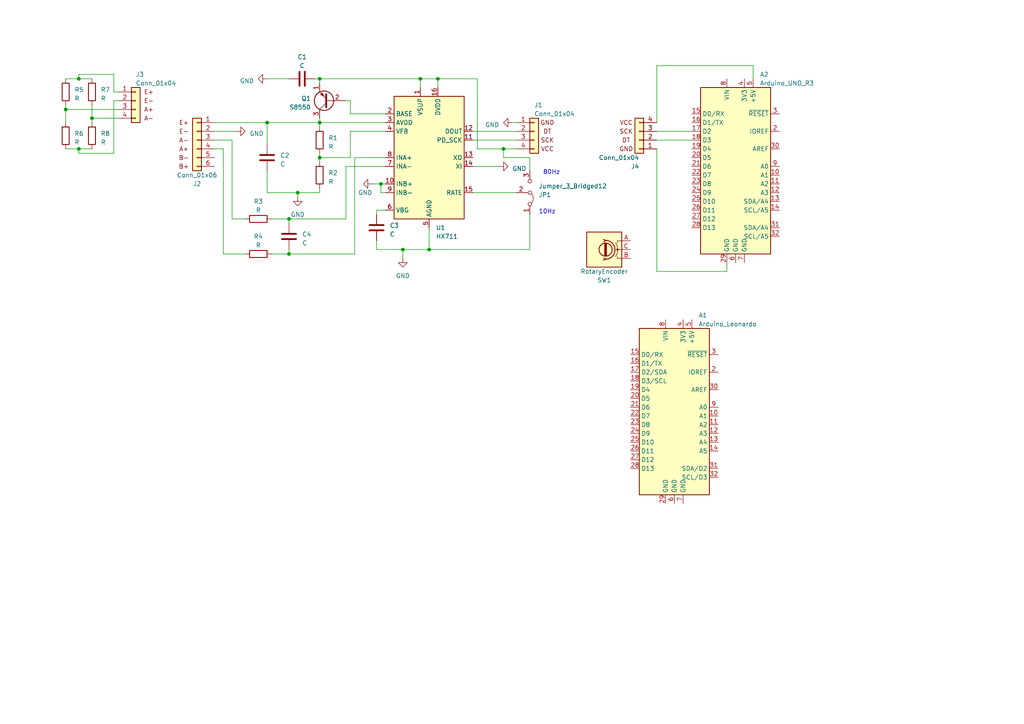
<source format=kicad_sch>
(kicad_sch (version 20230121) (generator eeschema)

  (uuid b192575c-240a-4d1a-8fe2-c48ae45193e6)

  (paper "A4")

  (lib_symbols
    (symbol "Analog_ADC:HX711" (in_bom yes) (on_board yes)
      (property "Reference" "U" (at 5.08 21.59 0)
        (effects (font (size 1.27 1.27)))
      )
      (property "Value" "HX711" (at 7.62 19.05 0)
        (effects (font (size 1.27 1.27)))
      )
      (property "Footprint" "Package_SO:SOP-16_3.9x9.9mm_P1.27mm" (at 3.81 1.27 0)
        (effects (font (size 1.27 1.27)) hide)
      )
      (property "Datasheet" "https://cdn.sparkfun.com/datasheets/Sensors/ForceFlex/hx711_english.pdf" (at 3.81 -1.27 0)
        (effects (font (size 1.27 1.27)) hide)
      )
      (property "ki_keywords" "adc load cell 24-bits analog weigh" (at 0 0 0)
        (effects (font (size 1.27 1.27)) hide)
      )
      (property "ki_description" "24-Bit Analog-to-Digital Converter (ADC) for Weigh Scales" (at 0 0 0)
        (effects (font (size 1.27 1.27)) hide)
      )
      (property "ki_fp_filters" "SOP*3.9x9.9mm*P1.27mm*" (at 0 0 0)
        (effects (font (size 1.27 1.27)) hide)
      )
      (symbol "HX711_0_1"
        (rectangle (start -10.16 17.78) (end 10.16 -17.78)
          (stroke (width 0.254) (type default))
          (fill (type background))
        )
      )
      (symbol "HX711_1_1"
        (pin power_in line (at -2.54 20.32 270) (length 2.54)
          (name "VSUP" (effects (font (size 1.27 1.27))))
          (number "1" (effects (font (size 1.27 1.27))))
        )
        (pin input line (at -12.7 -7.62 0) (length 2.54)
          (name "INB+" (effects (font (size 1.27 1.27))))
          (number "10" (effects (font (size 1.27 1.27))))
        )
        (pin input line (at 12.7 5.08 180) (length 2.54)
          (name "PD_SCK" (effects (font (size 1.27 1.27))))
          (number "11" (effects (font (size 1.27 1.27))))
        )
        (pin output line (at 12.7 7.62 180) (length 2.54)
          (name "DOUT" (effects (font (size 1.27 1.27))))
          (number "12" (effects (font (size 1.27 1.27))))
        )
        (pin passive line (at 12.7 0 180) (length 2.54)
          (name "XO" (effects (font (size 1.27 1.27))))
          (number "13" (effects (font (size 1.27 1.27))))
        )
        (pin passive line (at 12.7 -2.54 180) (length 2.54)
          (name "XI" (effects (font (size 1.27 1.27))))
          (number "14" (effects (font (size 1.27 1.27))))
        )
        (pin input line (at 12.7 -10.16 180) (length 2.54)
          (name "RATE" (effects (font (size 1.27 1.27))))
          (number "15" (effects (font (size 1.27 1.27))))
        )
        (pin power_in line (at 2.54 20.32 270) (length 2.54)
          (name "DVDD" (effects (font (size 1.27 1.27))))
          (number "16" (effects (font (size 1.27 1.27))))
        )
        (pin passive line (at -12.7 12.7 0) (length 2.54)
          (name "BASE" (effects (font (size 1.27 1.27))))
          (number "2" (effects (font (size 1.27 1.27))))
        )
        (pin power_in line (at -12.7 10.16 0) (length 2.54)
          (name "AVDD" (effects (font (size 1.27 1.27))))
          (number "3" (effects (font (size 1.27 1.27))))
        )
        (pin input line (at -12.7 7.62 0) (length 2.54)
          (name "VFB" (effects (font (size 1.27 1.27))))
          (number "4" (effects (font (size 1.27 1.27))))
        )
        (pin power_in line (at 0 -20.32 90) (length 2.54)
          (name "AGND" (effects (font (size 1.27 1.27))))
          (number "5" (effects (font (size 1.27 1.27))))
        )
        (pin passive line (at -12.7 -15.24 0) (length 2.54)
          (name "VBG" (effects (font (size 1.27 1.27))))
          (number "6" (effects (font (size 1.27 1.27))))
        )
        (pin input line (at -12.7 -2.54 0) (length 2.54)
          (name "INA-" (effects (font (size 1.27 1.27))))
          (number "7" (effects (font (size 1.27 1.27))))
        )
        (pin input line (at -12.7 0 0) (length 2.54)
          (name "INA+" (effects (font (size 1.27 1.27))))
          (number "8" (effects (font (size 1.27 1.27))))
        )
        (pin input line (at -12.7 -10.16 0) (length 2.54)
          (name "INB-" (effects (font (size 1.27 1.27))))
          (number "9" (effects (font (size 1.27 1.27))))
        )
      )
    )
    (symbol "Conn_01x04_1" (pin_names (offset 1.016) hide) (in_bom yes) (on_board yes)
      (property "Reference" "J3" (at 0 7.62 0)
        (effects (font (size 1.27 1.27)) (justify left))
      )
      (property "Value" "Conn_01x04" (at 0 5.08 0)
        (effects (font (size 1.27 1.27)) (justify left))
      )
      (property "Footprint" "Connector_Wire:SolderWire-2sqmm_1x04_P7.8mm_D2mm_OD3.9mm" (at 0 0 0)
        (effects (font (size 1.27 1.27)) hide)
      )
      (property "Datasheet" "~" (at 0 0 0)
        (effects (font (size 1.27 1.27)) hide)
      )
      (property "ki_keywords" "connector" (at 0 0 0)
        (effects (font (size 1.27 1.27)) hide)
      )
      (property "ki_description" "Generic connector, single row, 01x04, script generated (kicad-library-utils/schlib/autogen/connector/)" (at 0 0 0)
        (effects (font (size 1.27 1.27)) hide)
      )
      (property "ki_fp_filters" "Connector*:*_1x??_*" (at 0 0 0)
        (effects (font (size 1.27 1.27)) hide)
      )
      (symbol "Conn_01x04_1_1_1"
        (rectangle (start -1.27 -4.953) (end 0 -5.207)
          (stroke (width 0.1524) (type default))
          (fill (type none))
        )
        (rectangle (start -1.27 -2.413) (end 0 -2.667)
          (stroke (width 0.1524) (type default))
          (fill (type none))
        )
        (rectangle (start -1.27 0.127) (end 0 -0.127)
          (stroke (width 0.1524) (type default))
          (fill (type none))
        )
        (rectangle (start -1.27 2.667) (end 0 2.413)
          (stroke (width 0.1524) (type default))
          (fill (type none))
        )
        (rectangle (start -1.27 3.81) (end 1.27 -6.35)
          (stroke (width 0.254) (type default))
          (fill (type background))
        )
        (text "A+\n" (at 3.81 -2.54 0)
          (effects (font (size 1.27 1.27)))
        )
        (text "A-\n" (at 3.81 -5.08 0)
          (effects (font (size 1.27 1.27)))
        )
        (text "E+" (at 3.81 2.54 0)
          (effects (font (size 1.27 1.27)))
        )
        (text "E-\n" (at 3.81 0 0)
          (effects (font (size 1.27 1.27)))
        )
        (pin passive line (at -5.08 2.54 0) (length 3.81)
          (name "Pin_1" (effects (font (size 1.27 1.27))))
          (number "1" (effects (font (size 1.27 1.27))))
        )
        (pin passive line (at -5.08 0 0) (length 3.81)
          (name "Pin_2" (effects (font (size 1.27 1.27))))
          (number "2" (effects (font (size 1.27 1.27))))
        )
        (pin passive line (at -5.08 -2.54 0) (length 3.81)
          (name "Pin_3" (effects (font (size 1.27 1.27))))
          (number "3" (effects (font (size 1.27 1.27))))
        )
        (pin passive line (at -5.08 -5.08 0) (length 3.81)
          (name "Pin_4" (effects (font (size 1.27 1.27))))
          (number "4" (effects (font (size 1.27 1.27))))
        )
      )
    )
    (symbol "Connector_Generic:Conn_01x04" (pin_names (offset 1.016) hide) (in_bom yes) (on_board yes)
      (property "Reference" "J1" (at 0 7.62 0)
        (effects (font (size 1.27 1.27)) (justify left))
      )
      (property "Value" "Conn_01x04" (at 0 5.08 0)
        (effects (font (size 1.27 1.27)) (justify left))
      )
      (property "Footprint" "Connector_Wire:SolderWire-2sqmm_1x04_P7.8mm_D2mm_OD3.9mm" (at 0 0 0)
        (effects (font (size 1.27 1.27)) hide)
      )
      (property "Datasheet" "~" (at 0 0 0)
        (effects (font (size 1.27 1.27)) hide)
      )
      (property "ki_keywords" "connector" (at 0 0 0)
        (effects (font (size 1.27 1.27)) hide)
      )
      (property "ki_description" "Generic connector, single row, 01x04, script generated (kicad-library-utils/schlib/autogen/connector/)" (at 0 0 0)
        (effects (font (size 1.27 1.27)) hide)
      )
      (property "ki_fp_filters" "Connector*:*_1x??_*" (at 0 0 0)
        (effects (font (size 1.27 1.27)) hide)
      )
      (symbol "Conn_01x04_1_1"
        (rectangle (start -1.27 -4.953) (end 0 -5.207)
          (stroke (width 0.1524) (type default))
          (fill (type none))
        )
        (rectangle (start -1.27 -2.413) (end 0 -2.667)
          (stroke (width 0.1524) (type default))
          (fill (type none))
        )
        (rectangle (start -1.27 0.127) (end 0 -0.127)
          (stroke (width 0.1524) (type default))
          (fill (type none))
        )
        (rectangle (start -1.27 2.667) (end 0 2.413)
          (stroke (width 0.1524) (type default))
          (fill (type none))
        )
        (rectangle (start -1.27 3.81) (end 1.27 -6.35)
          (stroke (width 0.254) (type default))
          (fill (type background))
        )
        (text "DT\n" (at 3.81 0 0)
          (effects (font (size 1.27 1.27)))
        )
        (text "GND\n" (at 3.81 2.54 0)
          (effects (font (size 1.27 1.27)))
        )
        (text "SCK\n" (at 3.81 -2.54 0)
          (effects (font (size 1.27 1.27)))
        )
        (text "VCC\n" (at 3.81 -5.08 0)
          (effects (font (size 1.27 1.27)))
        )
        (pin passive line (at -5.08 2.54 0) (length 3.81)
          (name "Pin_1" (effects (font (size 1.27 1.27))))
          (number "1" (effects (font (size 1.27 1.27))))
        )
        (pin passive line (at -5.08 0 0) (length 3.81)
          (name "Pin_2" (effects (font (size 1.27 1.27))))
          (number "2" (effects (font (size 1.27 1.27))))
        )
        (pin passive line (at -5.08 -2.54 0) (length 3.81)
          (name "Pin_3" (effects (font (size 1.27 1.27))))
          (number "3" (effects (font (size 1.27 1.27))))
        )
        (pin passive line (at -5.08 -5.08 0) (length 3.81)
          (name "Pin_4" (effects (font (size 1.27 1.27))))
          (number "4" (effects (font (size 1.27 1.27))))
        )
      )
    )
    (symbol "Connector_Generic:Conn_01x06" (pin_names (offset 1.016) hide) (in_bom yes) (on_board yes)
      (property "Reference" "J2" (at 0 -12.7 0)
        (effects (font (size 1.27 1.27)))
      )
      (property "Value" "Conn_01x06" (at 0 -10.16 0)
        (effects (font (size 1.27 1.27)))
      )
      (property "Footprint" "Connector_Wire:SolderWire-2sqmm_1x06_P7.8mm_D2mm_OD3.9mm" (at 0 0 0)
        (effects (font (size 1.27 1.27)) hide)
      )
      (property "Datasheet" "~" (at 0 0 0)
        (effects (font (size 1.27 1.27)) hide)
      )
      (property "ki_keywords" "connector" (at 0 0 0)
        (effects (font (size 1.27 1.27)) hide)
      )
      (property "ki_description" "Generic connector, single row, 01x06, script generated (kicad-library-utils/schlib/autogen/connector/)" (at 0 0 0)
        (effects (font (size 1.27 1.27)) hide)
      )
      (property "ki_fp_filters" "Connector*:*_1x??_*" (at 0 0 0)
        (effects (font (size 1.27 1.27)) hide)
      )
      (symbol "Conn_01x06_1_1"
        (rectangle (start -1.27 -7.493) (end 0 -7.747)
          (stroke (width 0.1524) (type default))
          (fill (type none))
        )
        (rectangle (start -1.27 -4.953) (end 0 -5.207)
          (stroke (width 0.1524) (type default))
          (fill (type none))
        )
        (rectangle (start -1.27 -2.413) (end 0 -2.667)
          (stroke (width 0.1524) (type default))
          (fill (type none))
        )
        (rectangle (start -1.27 0.127) (end 0 -0.127)
          (stroke (width 0.1524) (type default))
          (fill (type none))
        )
        (rectangle (start -1.27 2.667) (end 0 2.413)
          (stroke (width 0.1524) (type default))
          (fill (type none))
        )
        (rectangle (start -1.27 5.207) (end 0 4.953)
          (stroke (width 0.1524) (type default))
          (fill (type none))
        )
        (rectangle (start -1.27 6.35) (end 1.27 -8.89)
          (stroke (width 0.254) (type default))
          (fill (type background))
        )
        (text "A+" (at 3.81 -2.54 0)
          (effects (font (size 1.27 1.27)))
        )
        (text "A-" (at 3.81 0 0)
          (effects (font (size 1.27 1.27)))
        )
        (text "B+" (at 3.81 -7.62 0)
          (effects (font (size 1.27 1.27)))
        )
        (text "B-" (at 3.81 -5.08 0)
          (effects (font (size 1.27 1.27)))
        )
        (text "E+" (at 3.81 5.08 0)
          (effects (font (size 1.27 1.27)))
        )
        (text "E-" (at 3.81 2.54 0)
          (effects (font (size 1.27 1.27)))
        )
        (pin passive line (at -5.08 5.08 0) (length 3.81)
          (name "Pin_1" (effects (font (size 1.27 1.27))))
          (number "1" (effects (font (size 1.27 1.27))))
        )
        (pin passive line (at -5.08 2.54 0) (length 3.81)
          (name "Pin_2" (effects (font (size 1.27 1.27))))
          (number "2" (effects (font (size 1.27 1.27))))
        )
        (pin passive line (at -5.08 0 0) (length 3.81)
          (name "Pin_3" (effects (font (size 1.27 1.27))))
          (number "3" (effects (font (size 1.27 1.27))))
        )
        (pin passive line (at -5.08 -2.54 0) (length 3.81)
          (name "Pin_4" (effects (font (size 1.27 1.27))))
          (number "4" (effects (font (size 1.27 1.27))))
        )
        (pin passive line (at -5.08 -5.08 0) (length 3.81)
          (name "Pin_5" (effects (font (size 1.27 1.27))))
          (number "5" (effects (font (size 1.27 1.27))))
        )
        (pin passive line (at -5.08 -7.62 0) (length 3.81)
          (name "Pin_6" (effects (font (size 1.27 1.27))))
          (number "6" (effects (font (size 1.27 1.27))))
        )
      )
    )
    (symbol "Device:C" (pin_numbers hide) (pin_names (offset 0.254)) (in_bom yes) (on_board yes)
      (property "Reference" "C" (at 0.635 2.54 0)
        (effects (font (size 1.27 1.27)) (justify left))
      )
      (property "Value" "C" (at 0.635 -2.54 0)
        (effects (font (size 1.27 1.27)) (justify left))
      )
      (property "Footprint" "" (at 0.9652 -3.81 0)
        (effects (font (size 1.27 1.27)) hide)
      )
      (property "Datasheet" "~" (at 0 0 0)
        (effects (font (size 1.27 1.27)) hide)
      )
      (property "ki_keywords" "cap capacitor" (at 0 0 0)
        (effects (font (size 1.27 1.27)) hide)
      )
      (property "ki_description" "Unpolarized capacitor" (at 0 0 0)
        (effects (font (size 1.27 1.27)) hide)
      )
      (property "ki_fp_filters" "C_*" (at 0 0 0)
        (effects (font (size 1.27 1.27)) hide)
      )
      (symbol "C_0_1"
        (polyline
          (pts
            (xy -2.032 -0.762)
            (xy 2.032 -0.762)
          )
          (stroke (width 0.508) (type default))
          (fill (type none))
        )
        (polyline
          (pts
            (xy -2.032 0.762)
            (xy 2.032 0.762)
          )
          (stroke (width 0.508) (type default))
          (fill (type none))
        )
      )
      (symbol "C_1_1"
        (pin passive line (at 0 3.81 270) (length 2.794)
          (name "~" (effects (font (size 1.27 1.27))))
          (number "1" (effects (font (size 1.27 1.27))))
        )
        (pin passive line (at 0 -3.81 90) (length 2.794)
          (name "~" (effects (font (size 1.27 1.27))))
          (number "2" (effects (font (size 1.27 1.27))))
        )
      )
    )
    (symbol "Device:R" (pin_numbers hide) (pin_names (offset 0)) (in_bom yes) (on_board yes)
      (property "Reference" "R" (at 2.032 0 90)
        (effects (font (size 1.27 1.27)))
      )
      (property "Value" "R" (at 0 0 90)
        (effects (font (size 1.27 1.27)))
      )
      (property "Footprint" "" (at -1.778 0 90)
        (effects (font (size 1.27 1.27)) hide)
      )
      (property "Datasheet" "~" (at 0 0 0)
        (effects (font (size 1.27 1.27)) hide)
      )
      (property "ki_keywords" "R res resistor" (at 0 0 0)
        (effects (font (size 1.27 1.27)) hide)
      )
      (property "ki_description" "Resistor" (at 0 0 0)
        (effects (font (size 1.27 1.27)) hide)
      )
      (property "ki_fp_filters" "R_*" (at 0 0 0)
        (effects (font (size 1.27 1.27)) hide)
      )
      (symbol "R_0_1"
        (rectangle (start -1.016 -2.54) (end 1.016 2.54)
          (stroke (width 0.254) (type default))
          (fill (type none))
        )
      )
      (symbol "R_1_1"
        (pin passive line (at 0 3.81 270) (length 1.27)
          (name "~" (effects (font (size 1.27 1.27))))
          (number "1" (effects (font (size 1.27 1.27))))
        )
        (pin passive line (at 0 -3.81 90) (length 1.27)
          (name "~" (effects (font (size 1.27 1.27))))
          (number "2" (effects (font (size 1.27 1.27))))
        )
      )
    )
    (symbol "Device:RotaryEncoder" (pin_names (offset 0.254) hide) (in_bom yes) (on_board yes)
      (property "Reference" "SW" (at 0 6.604 0)
        (effects (font (size 1.27 1.27)))
      )
      (property "Value" "RotaryEncoder" (at 0 -6.604 0)
        (effects (font (size 1.27 1.27)))
      )
      (property "Footprint" "" (at -3.81 4.064 0)
        (effects (font (size 1.27 1.27)) hide)
      )
      (property "Datasheet" "~" (at 0 6.604 0)
        (effects (font (size 1.27 1.27)) hide)
      )
      (property "ki_keywords" "rotary switch encoder" (at 0 0 0)
        (effects (font (size 1.27 1.27)) hide)
      )
      (property "ki_description" "Rotary encoder, dual channel, incremental quadrate outputs" (at 0 0 0)
        (effects (font (size 1.27 1.27)) hide)
      )
      (property "ki_fp_filters" "RotaryEncoder*" (at 0 0 0)
        (effects (font (size 1.27 1.27)) hide)
      )
      (symbol "RotaryEncoder_0_1"
        (rectangle (start -5.08 5.08) (end 5.08 -5.08)
          (stroke (width 0.254) (type default))
          (fill (type background))
        )
        (circle (center -3.81 0) (radius 0.254)
          (stroke (width 0) (type default))
          (fill (type outline))
        )
        (circle (center -0.381 0) (radius 1.905)
          (stroke (width 0.254) (type default))
          (fill (type none))
        )
        (arc (start -0.381 2.667) (mid -3.0988 -0.0635) (end -0.381 -2.794)
          (stroke (width 0.254) (type default))
          (fill (type none))
        )
        (polyline
          (pts
            (xy -0.635 -1.778)
            (xy -0.635 1.778)
          )
          (stroke (width 0.254) (type default))
          (fill (type none))
        )
        (polyline
          (pts
            (xy -0.381 -1.778)
            (xy -0.381 1.778)
          )
          (stroke (width 0.254) (type default))
          (fill (type none))
        )
        (polyline
          (pts
            (xy -0.127 1.778)
            (xy -0.127 -1.778)
          )
          (stroke (width 0.254) (type default))
          (fill (type none))
        )
        (polyline
          (pts
            (xy -5.08 -2.54)
            (xy -3.81 -2.54)
            (xy -3.81 -2.032)
          )
          (stroke (width 0) (type default))
          (fill (type none))
        )
        (polyline
          (pts
            (xy -5.08 2.54)
            (xy -3.81 2.54)
            (xy -3.81 2.032)
          )
          (stroke (width 0) (type default))
          (fill (type none))
        )
        (polyline
          (pts
            (xy 0.254 -3.048)
            (xy -0.508 -2.794)
            (xy 0.127 -2.413)
          )
          (stroke (width 0.254) (type default))
          (fill (type none))
        )
        (polyline
          (pts
            (xy 0.254 2.921)
            (xy -0.508 2.667)
            (xy 0.127 2.286)
          )
          (stroke (width 0.254) (type default))
          (fill (type none))
        )
        (polyline
          (pts
            (xy -5.08 0)
            (xy -3.81 0)
            (xy -3.81 -1.016)
            (xy -3.302 -2.032)
          )
          (stroke (width 0) (type default))
          (fill (type none))
        )
        (polyline
          (pts
            (xy -4.318 0)
            (xy -3.81 0)
            (xy -3.81 1.016)
            (xy -3.302 2.032)
          )
          (stroke (width 0) (type default))
          (fill (type none))
        )
      )
      (symbol "RotaryEncoder_1_1"
        (pin passive line (at -7.62 2.54 0) (length 2.54)
          (name "A" (effects (font (size 1.27 1.27))))
          (number "A" (effects (font (size 1.27 1.27))))
        )
        (pin passive line (at -7.62 -2.54 0) (length 2.54)
          (name "B" (effects (font (size 1.27 1.27))))
          (number "B" (effects (font (size 1.27 1.27))))
        )
        (pin passive line (at -7.62 0 0) (length 2.54)
          (name "C" (effects (font (size 1.27 1.27))))
          (number "C" (effects (font (size 1.27 1.27))))
        )
      )
    )
    (symbol "Jumper:Jumper_3_Bridged12" (pin_names (offset 0) hide) (in_bom yes) (on_board yes)
      (property "Reference" "JP" (at -2.54 -2.54 0)
        (effects (font (size 1.27 1.27)))
      )
      (property "Value" "Jumper_3_Bridged12" (at 0 2.794 0)
        (effects (font (size 1.27 1.27)))
      )
      (property "Footprint" "" (at 0 0 0)
        (effects (font (size 1.27 1.27)) hide)
      )
      (property "Datasheet" "~" (at 0 0 0)
        (effects (font (size 1.27 1.27)) hide)
      )
      (property "ki_keywords" "Jumper SPDT" (at 0 0 0)
        (effects (font (size 1.27 1.27)) hide)
      )
      (property "ki_description" "Jumper, 3-pole, pins 1+2 closed/bridged" (at 0 0 0)
        (effects (font (size 1.27 1.27)) hide)
      )
      (property "ki_fp_filters" "Jumper* TestPoint*3Pads* TestPoint*Bridge*" (at 0 0 0)
        (effects (font (size 1.27 1.27)) hide)
      )
      (symbol "Jumper_3_Bridged12_0_0"
        (circle (center -3.302 0) (radius 0.508)
          (stroke (width 0) (type default))
          (fill (type none))
        )
        (circle (center 0 0) (radius 0.508)
          (stroke (width 0) (type default))
          (fill (type none))
        )
        (circle (center 3.302 0) (radius 0.508)
          (stroke (width 0) (type default))
          (fill (type none))
        )
      )
      (symbol "Jumper_3_Bridged12_0_1"
        (arc (start -0.254 0.508) (mid -1.651 0.9912) (end -3.048 0.508)
          (stroke (width 0) (type default))
          (fill (type none))
        )
        (polyline
          (pts
            (xy 0 -1.27)
            (xy 0 -0.508)
          )
          (stroke (width 0) (type default))
          (fill (type none))
        )
      )
      (symbol "Jumper_3_Bridged12_1_1"
        (pin passive line (at -6.35 0 0) (length 2.54)
          (name "A" (effects (font (size 1.27 1.27))))
          (number "1" (effects (font (size 1.27 1.27))))
        )
        (pin passive line (at 0 -3.81 90) (length 2.54)
          (name "C" (effects (font (size 1.27 1.27))))
          (number "2" (effects (font (size 1.27 1.27))))
        )
        (pin passive line (at 6.35 0 180) (length 2.54)
          (name "B" (effects (font (size 1.27 1.27))))
          (number "3" (effects (font (size 1.27 1.27))))
        )
      )
    )
    (symbol "MCU_Module:Arduino_Leonardo" (in_bom yes) (on_board yes)
      (property "Reference" "A" (at -10.16 23.495 0)
        (effects (font (size 1.27 1.27)) (justify left bottom))
      )
      (property "Value" "Arduino_Leonardo" (at 5.08 -26.67 0)
        (effects (font (size 1.27 1.27)) (justify left top))
      )
      (property "Footprint" "Module:Arduino_UNO_R3" (at 0 0 0)
        (effects (font (size 1.27 1.27) italic) hide)
      )
      (property "Datasheet" "https://www.arduino.cc/en/Main/ArduinoBoardLeonardo" (at 0 0 0)
        (effects (font (size 1.27 1.27)) hide)
      )
      (property "ki_keywords" "Arduino LEONARDO Microcontroller Module Atmel AVR USB" (at 0 0 0)
        (effects (font (size 1.27 1.27)) hide)
      )
      (property "ki_description" "Arduino LEONARDO Microcontroller Module" (at 0 0 0)
        (effects (font (size 1.27 1.27)) hide)
      )
      (property "ki_fp_filters" "Arduino*UNO*R3*" (at 0 0 0)
        (effects (font (size 1.27 1.27)) hide)
      )
      (symbol "Arduino_Leonardo_0_1"
        (rectangle (start -10.16 22.86) (end 10.16 -25.4)
          (stroke (width 0.254) (type default))
          (fill (type background))
        )
      )
      (symbol "Arduino_Leonardo_1_1"
        (pin no_connect line (at -10.16 -20.32 0) (length 2.54) hide
          (name "NC" (effects (font (size 1.27 1.27))))
          (number "1" (effects (font (size 1.27 1.27))))
        )
        (pin bidirectional line (at 12.7 -2.54 180) (length 2.54)
          (name "A1" (effects (font (size 1.27 1.27))))
          (number "10" (effects (font (size 1.27 1.27))))
        )
        (pin bidirectional line (at 12.7 -5.08 180) (length 2.54)
          (name "A2" (effects (font (size 1.27 1.27))))
          (number "11" (effects (font (size 1.27 1.27))))
        )
        (pin bidirectional line (at 12.7 -7.62 180) (length 2.54)
          (name "A3" (effects (font (size 1.27 1.27))))
          (number "12" (effects (font (size 1.27 1.27))))
        )
        (pin bidirectional line (at 12.7 -10.16 180) (length 2.54)
          (name "A4" (effects (font (size 1.27 1.27))))
          (number "13" (effects (font (size 1.27 1.27))))
        )
        (pin bidirectional line (at 12.7 -12.7 180) (length 2.54)
          (name "A5" (effects (font (size 1.27 1.27))))
          (number "14" (effects (font (size 1.27 1.27))))
        )
        (pin bidirectional line (at -12.7 15.24 0) (length 2.54)
          (name "D0/RX" (effects (font (size 1.27 1.27))))
          (number "15" (effects (font (size 1.27 1.27))))
        )
        (pin bidirectional line (at -12.7 12.7 0) (length 2.54)
          (name "D1/TX" (effects (font (size 1.27 1.27))))
          (number "16" (effects (font (size 1.27 1.27))))
        )
        (pin bidirectional line (at -12.7 10.16 0) (length 2.54)
          (name "D2/SDA" (effects (font (size 1.27 1.27))))
          (number "17" (effects (font (size 1.27 1.27))))
        )
        (pin bidirectional line (at -12.7 7.62 0) (length 2.54)
          (name "D3/SCL" (effects (font (size 1.27 1.27))))
          (number "18" (effects (font (size 1.27 1.27))))
        )
        (pin bidirectional line (at -12.7 5.08 0) (length 2.54)
          (name "D4" (effects (font (size 1.27 1.27))))
          (number "19" (effects (font (size 1.27 1.27))))
        )
        (pin output line (at 12.7 10.16 180) (length 2.54)
          (name "IOREF" (effects (font (size 1.27 1.27))))
          (number "2" (effects (font (size 1.27 1.27))))
        )
        (pin bidirectional line (at -12.7 2.54 0) (length 2.54)
          (name "D5" (effects (font (size 1.27 1.27))))
          (number "20" (effects (font (size 1.27 1.27))))
        )
        (pin bidirectional line (at -12.7 0 0) (length 2.54)
          (name "D6" (effects (font (size 1.27 1.27))))
          (number "21" (effects (font (size 1.27 1.27))))
        )
        (pin bidirectional line (at -12.7 -2.54 0) (length 2.54)
          (name "D7" (effects (font (size 1.27 1.27))))
          (number "22" (effects (font (size 1.27 1.27))))
        )
        (pin bidirectional line (at -12.7 -5.08 0) (length 2.54)
          (name "D8" (effects (font (size 1.27 1.27))))
          (number "23" (effects (font (size 1.27 1.27))))
        )
        (pin bidirectional line (at -12.7 -7.62 0) (length 2.54)
          (name "D9" (effects (font (size 1.27 1.27))))
          (number "24" (effects (font (size 1.27 1.27))))
        )
        (pin bidirectional line (at -12.7 -10.16 0) (length 2.54)
          (name "D10" (effects (font (size 1.27 1.27))))
          (number "25" (effects (font (size 1.27 1.27))))
        )
        (pin bidirectional line (at -12.7 -12.7 0) (length 2.54)
          (name "D11" (effects (font (size 1.27 1.27))))
          (number "26" (effects (font (size 1.27 1.27))))
        )
        (pin bidirectional line (at -12.7 -15.24 0) (length 2.54)
          (name "D12" (effects (font (size 1.27 1.27))))
          (number "27" (effects (font (size 1.27 1.27))))
        )
        (pin bidirectional line (at -12.7 -17.78 0) (length 2.54)
          (name "D13" (effects (font (size 1.27 1.27))))
          (number "28" (effects (font (size 1.27 1.27))))
        )
        (pin power_in line (at -2.54 -27.94 90) (length 2.54)
          (name "GND" (effects (font (size 1.27 1.27))))
          (number "29" (effects (font (size 1.27 1.27))))
        )
        (pin input line (at 12.7 15.24 180) (length 2.54)
          (name "~{RESET}" (effects (font (size 1.27 1.27))))
          (number "3" (effects (font (size 1.27 1.27))))
        )
        (pin input line (at 12.7 5.08 180) (length 2.54)
          (name "AREF" (effects (font (size 1.27 1.27))))
          (number "30" (effects (font (size 1.27 1.27))))
        )
        (pin bidirectional line (at 12.7 -17.78 180) (length 2.54)
          (name "SDA/D2" (effects (font (size 1.27 1.27))))
          (number "31" (effects (font (size 1.27 1.27))))
        )
        (pin bidirectional line (at 12.7 -20.32 180) (length 2.54)
          (name "SCL/D3" (effects (font (size 1.27 1.27))))
          (number "32" (effects (font (size 1.27 1.27))))
        )
        (pin power_out line (at 2.54 25.4 270) (length 2.54)
          (name "3V3" (effects (font (size 1.27 1.27))))
          (number "4" (effects (font (size 1.27 1.27))))
        )
        (pin power_out line (at 5.08 25.4 270) (length 2.54)
          (name "+5V" (effects (font (size 1.27 1.27))))
          (number "5" (effects (font (size 1.27 1.27))))
        )
        (pin power_in line (at 0 -27.94 90) (length 2.54)
          (name "GND" (effects (font (size 1.27 1.27))))
          (number "6" (effects (font (size 1.27 1.27))))
        )
        (pin power_in line (at 2.54 -27.94 90) (length 2.54)
          (name "GND" (effects (font (size 1.27 1.27))))
          (number "7" (effects (font (size 1.27 1.27))))
        )
        (pin power_in line (at -2.54 25.4 270) (length 2.54)
          (name "VIN" (effects (font (size 1.27 1.27))))
          (number "8" (effects (font (size 1.27 1.27))))
        )
        (pin bidirectional line (at 12.7 0 180) (length 2.54)
          (name "A0" (effects (font (size 1.27 1.27))))
          (number "9" (effects (font (size 1.27 1.27))))
        )
      )
    )
    (symbol "MCU_Module:Arduino_UNO_R3" (in_bom yes) (on_board yes)
      (property "Reference" "A" (at -10.16 23.495 0)
        (effects (font (size 1.27 1.27)) (justify left bottom))
      )
      (property "Value" "Arduino_UNO_R3" (at 5.08 -26.67 0)
        (effects (font (size 1.27 1.27)) (justify left top))
      )
      (property "Footprint" "Module:Arduino_UNO_R3" (at 0 0 0)
        (effects (font (size 1.27 1.27) italic) hide)
      )
      (property "Datasheet" "https://www.arduino.cc/en/Main/arduinoBoardUno" (at 0 0 0)
        (effects (font (size 1.27 1.27)) hide)
      )
      (property "ki_keywords" "Arduino UNO R3 Microcontroller Module Atmel AVR USB" (at 0 0 0)
        (effects (font (size 1.27 1.27)) hide)
      )
      (property "ki_description" "Arduino UNO Microcontroller Module, release 3" (at 0 0 0)
        (effects (font (size 1.27 1.27)) hide)
      )
      (property "ki_fp_filters" "Arduino*UNO*R3*" (at 0 0 0)
        (effects (font (size 1.27 1.27)) hide)
      )
      (symbol "Arduino_UNO_R3_0_1"
        (rectangle (start -10.16 22.86) (end 10.16 -25.4)
          (stroke (width 0.254) (type default))
          (fill (type background))
        )
      )
      (symbol "Arduino_UNO_R3_1_1"
        (pin no_connect line (at -10.16 -20.32 0) (length 2.54) hide
          (name "NC" (effects (font (size 1.27 1.27))))
          (number "1" (effects (font (size 1.27 1.27))))
        )
        (pin bidirectional line (at 12.7 -2.54 180) (length 2.54)
          (name "A1" (effects (font (size 1.27 1.27))))
          (number "10" (effects (font (size 1.27 1.27))))
        )
        (pin bidirectional line (at 12.7 -5.08 180) (length 2.54)
          (name "A2" (effects (font (size 1.27 1.27))))
          (number "11" (effects (font (size 1.27 1.27))))
        )
        (pin bidirectional line (at 12.7 -7.62 180) (length 2.54)
          (name "A3" (effects (font (size 1.27 1.27))))
          (number "12" (effects (font (size 1.27 1.27))))
        )
        (pin bidirectional line (at 12.7 -10.16 180) (length 2.54)
          (name "SDA/A4" (effects (font (size 1.27 1.27))))
          (number "13" (effects (font (size 1.27 1.27))))
        )
        (pin bidirectional line (at 12.7 -12.7 180) (length 2.54)
          (name "SCL/A5" (effects (font (size 1.27 1.27))))
          (number "14" (effects (font (size 1.27 1.27))))
        )
        (pin bidirectional line (at -12.7 15.24 0) (length 2.54)
          (name "D0/RX" (effects (font (size 1.27 1.27))))
          (number "15" (effects (font (size 1.27 1.27))))
        )
        (pin bidirectional line (at -12.7 12.7 0) (length 2.54)
          (name "D1/TX" (effects (font (size 1.27 1.27))))
          (number "16" (effects (font (size 1.27 1.27))))
        )
        (pin bidirectional line (at -12.7 10.16 0) (length 2.54)
          (name "D2" (effects (font (size 1.27 1.27))))
          (number "17" (effects (font (size 1.27 1.27))))
        )
        (pin bidirectional line (at -12.7 7.62 0) (length 2.54)
          (name "D3" (effects (font (size 1.27 1.27))))
          (number "18" (effects (font (size 1.27 1.27))))
        )
        (pin bidirectional line (at -12.7 5.08 0) (length 2.54)
          (name "D4" (effects (font (size 1.27 1.27))))
          (number "19" (effects (font (size 1.27 1.27))))
        )
        (pin output line (at 12.7 10.16 180) (length 2.54)
          (name "IOREF" (effects (font (size 1.27 1.27))))
          (number "2" (effects (font (size 1.27 1.27))))
        )
        (pin bidirectional line (at -12.7 2.54 0) (length 2.54)
          (name "D5" (effects (font (size 1.27 1.27))))
          (number "20" (effects (font (size 1.27 1.27))))
        )
        (pin bidirectional line (at -12.7 0 0) (length 2.54)
          (name "D6" (effects (font (size 1.27 1.27))))
          (number "21" (effects (font (size 1.27 1.27))))
        )
        (pin bidirectional line (at -12.7 -2.54 0) (length 2.54)
          (name "D7" (effects (font (size 1.27 1.27))))
          (number "22" (effects (font (size 1.27 1.27))))
        )
        (pin bidirectional line (at -12.7 -5.08 0) (length 2.54)
          (name "D8" (effects (font (size 1.27 1.27))))
          (number "23" (effects (font (size 1.27 1.27))))
        )
        (pin bidirectional line (at -12.7 -7.62 0) (length 2.54)
          (name "D9" (effects (font (size 1.27 1.27))))
          (number "24" (effects (font (size 1.27 1.27))))
        )
        (pin bidirectional line (at -12.7 -10.16 0) (length 2.54)
          (name "D10" (effects (font (size 1.27 1.27))))
          (number "25" (effects (font (size 1.27 1.27))))
        )
        (pin bidirectional line (at -12.7 -12.7 0) (length 2.54)
          (name "D11" (effects (font (size 1.27 1.27))))
          (number "26" (effects (font (size 1.27 1.27))))
        )
        (pin bidirectional line (at -12.7 -15.24 0) (length 2.54)
          (name "D12" (effects (font (size 1.27 1.27))))
          (number "27" (effects (font (size 1.27 1.27))))
        )
        (pin bidirectional line (at -12.7 -17.78 0) (length 2.54)
          (name "D13" (effects (font (size 1.27 1.27))))
          (number "28" (effects (font (size 1.27 1.27))))
        )
        (pin power_in line (at -2.54 -27.94 90) (length 2.54)
          (name "GND" (effects (font (size 1.27 1.27))))
          (number "29" (effects (font (size 1.27 1.27))))
        )
        (pin input line (at 12.7 15.24 180) (length 2.54)
          (name "~{RESET}" (effects (font (size 1.27 1.27))))
          (number "3" (effects (font (size 1.27 1.27))))
        )
        (pin input line (at 12.7 5.08 180) (length 2.54)
          (name "AREF" (effects (font (size 1.27 1.27))))
          (number "30" (effects (font (size 1.27 1.27))))
        )
        (pin bidirectional line (at 12.7 -17.78 180) (length 2.54)
          (name "SDA/A4" (effects (font (size 1.27 1.27))))
          (number "31" (effects (font (size 1.27 1.27))))
        )
        (pin bidirectional line (at 12.7 -20.32 180) (length 2.54)
          (name "SCL/A5" (effects (font (size 1.27 1.27))))
          (number "32" (effects (font (size 1.27 1.27))))
        )
        (pin power_out line (at 2.54 25.4 270) (length 2.54)
          (name "3V3" (effects (font (size 1.27 1.27))))
          (number "4" (effects (font (size 1.27 1.27))))
        )
        (pin power_out line (at 5.08 25.4 270) (length 2.54)
          (name "+5V" (effects (font (size 1.27 1.27))))
          (number "5" (effects (font (size 1.27 1.27))))
        )
        (pin power_in line (at 0 -27.94 90) (length 2.54)
          (name "GND" (effects (font (size 1.27 1.27))))
          (number "6" (effects (font (size 1.27 1.27))))
        )
        (pin power_in line (at 2.54 -27.94 90) (length 2.54)
          (name "GND" (effects (font (size 1.27 1.27))))
          (number "7" (effects (font (size 1.27 1.27))))
        )
        (pin power_in line (at -2.54 25.4 270) (length 2.54)
          (name "VIN" (effects (font (size 1.27 1.27))))
          (number "8" (effects (font (size 1.27 1.27))))
        )
        (pin bidirectional line (at 12.7 0 180) (length 2.54)
          (name "A0" (effects (font (size 1.27 1.27))))
          (number "9" (effects (font (size 1.27 1.27))))
        )
      )
    )
    (symbol "Transistor_BJT:S8550" (pin_names (offset 0) hide) (in_bom yes) (on_board yes)
      (property "Reference" "Q" (at 5.08 1.905 0)
        (effects (font (size 1.27 1.27)) (justify left))
      )
      (property "Value" "S8550" (at 5.08 0 0)
        (effects (font (size 1.27 1.27)) (justify left))
      )
      (property "Footprint" "Package_TO_SOT_THT:TO-92_Inline" (at 5.08 -1.905 0)
        (effects (font (size 1.27 1.27) italic) (justify left) hide)
      )
      (property "Datasheet" "http://www.unisonic.com.tw/datasheet/S8550.pdf" (at 0 0 0)
        (effects (font (size 1.27 1.27)) (justify left) hide)
      )
      (property "ki_keywords" "S8550 PNP Low Voltage High Current Transistor" (at 0 0 0)
        (effects (font (size 1.27 1.27)) hide)
      )
      (property "ki_description" "0.7A Ic, 20V Vce, Low Voltage High Current PNP Transistor, TO-92" (at 0 0 0)
        (effects (font (size 1.27 1.27)) hide)
      )
      (property "ki_fp_filters" "TO?92* SOT?23*" (at 0 0 0)
        (effects (font (size 1.27 1.27)) hide)
      )
      (symbol "S8550_0_1"
        (polyline
          (pts
            (xy 0 0)
            (xy 0.635 0)
          )
          (stroke (width 0) (type default))
          (fill (type none))
        )
        (polyline
          (pts
            (xy 2.54 -2.54)
            (xy 0.635 -0.635)
          )
          (stroke (width 0) (type default))
          (fill (type none))
        )
        (polyline
          (pts
            (xy 2.54 2.54)
            (xy 0.635 0.635)
          )
          (stroke (width 0) (type default))
          (fill (type none))
        )
        (polyline
          (pts
            (xy 0.635 1.905)
            (xy 0.635 -1.905)
            (xy 0.635 -1.905)
          )
          (stroke (width 0.508) (type default))
          (fill (type outline))
        )
        (polyline
          (pts
            (xy 1.778 -2.286)
            (xy 2.286 -1.778)
            (xy 1.27 -1.27)
            (xy 1.778 -2.286)
            (xy 1.778 -2.286)
          )
          (stroke (width 0) (type default))
          (fill (type outline))
        )
        (circle (center 1.27 0) (radius 2.8194)
          (stroke (width 0.254) (type default))
          (fill (type none))
        )
      )
      (symbol "S8550_1_1"
        (pin passive line (at 2.54 -5.08 90) (length 2.54)
          (name "E" (effects (font (size 1.27 1.27))))
          (number "1" (effects (font (size 1.27 1.27))))
        )
        (pin input line (at -5.08 0 0) (length 5.08)
          (name "B" (effects (font (size 1.27 1.27))))
          (number "2" (effects (font (size 1.27 1.27))))
        )
        (pin passive line (at 2.54 5.08 270) (length 2.54)
          (name "C" (effects (font (size 1.27 1.27))))
          (number "3" (effects (font (size 1.27 1.27))))
        )
      )
    )
    (symbol "power:GND" (power) (pin_names (offset 0)) (in_bom yes) (on_board yes)
      (property "Reference" "#PWR" (at 0 -6.35 0)
        (effects (font (size 1.27 1.27)) hide)
      )
      (property "Value" "GND" (at 0 -3.81 0)
        (effects (font (size 1.27 1.27)))
      )
      (property "Footprint" "" (at 0 0 0)
        (effects (font (size 1.27 1.27)) hide)
      )
      (property "Datasheet" "" (at 0 0 0)
        (effects (font (size 1.27 1.27)) hide)
      )
      (property "ki_keywords" "global power" (at 0 0 0)
        (effects (font (size 1.27 1.27)) hide)
      )
      (property "ki_description" "Power symbol creates a global label with name \"GND\" , ground" (at 0 0 0)
        (effects (font (size 1.27 1.27)) hide)
      )
      (symbol "GND_0_1"
        (polyline
          (pts
            (xy 0 0)
            (xy 0 -1.27)
            (xy 1.27 -1.27)
            (xy 0 -2.54)
            (xy -1.27 -1.27)
            (xy 0 -1.27)
          )
          (stroke (width 0) (type default))
          (fill (type none))
        )
      )
      (symbol "GND_1_1"
        (pin power_in line (at 0 0 270) (length 0) hide
          (name "GND" (effects (font (size 1.27 1.27))))
          (number "1" (effects (font (size 1.27 1.27))))
        )
      )
    )
  )

  (junction (at 86.36 55.88) (diameter 0) (color 0 0 0 0)
    (uuid 00f3eb5b-1c03-47fc-9c30-8e1dde3380ba)
  )
  (junction (at 92.71 35.56) (diameter 0) (color 0 0 0 0)
    (uuid 02f028bb-5949-4b07-9bf4-59834bf8262b)
  )
  (junction (at 22.86 22.86) (diameter 0) (color 0 0 0 0)
    (uuid 06f97771-ccf6-42f1-bf26-702ecbcf7971)
  )
  (junction (at 110.49 53.34) (diameter 0) (color 0 0 0 0)
    (uuid 0bde8e9d-d81d-4684-99a4-660767b87d67)
  )
  (junction (at 92.71 45.72) (diameter 0) (color 0 0 0 0)
    (uuid 2a251e60-8585-423c-8c45-c9a4e46bb988)
  )
  (junction (at 127 22.86) (diameter 0) (color 0 0 0 0)
    (uuid 2bc64c03-84b4-4e65-89fe-36e0c456268c)
  )
  (junction (at 19.05 31.75) (diameter 0) (color 0 0 0 0)
    (uuid 4c0eee99-e959-49e4-8859-6beee1217d5a)
  )
  (junction (at 77.47 35.56) (diameter 0) (color 0 0 0 0)
    (uuid 84fc067f-93c6-47d5-a81e-1714cece210d)
  )
  (junction (at 121.92 22.86) (diameter 0) (color 0 0 0 0)
    (uuid 8d761b6b-7c4a-4153-9220-1e6076b1edff)
  )
  (junction (at 83.82 63.5) (diameter 0) (color 0 0 0 0)
    (uuid 9599c867-cfec-4a77-9ddd-f24d8179e927)
  )
  (junction (at 22.86 43.18) (diameter 0) (color 0 0 0 0)
    (uuid 98ea4709-e377-4d09-b2b6-cb1e34290ac3)
  )
  (junction (at 83.82 73.66) (diameter 0) (color 0 0 0 0)
    (uuid a6e7f7ad-6f61-49a0-af02-601316c1d25b)
  )
  (junction (at 26.67 34.29) (diameter 0) (color 0 0 0 0)
    (uuid ac760220-77e0-4a26-910a-6024d2c55152)
  )
  (junction (at 124.46 72.39) (diameter 0) (color 0 0 0 0)
    (uuid b02237b8-7aee-41db-996e-7750c917a431)
  )
  (junction (at 116.84 72.39) (diameter 0) (color 0 0 0 0)
    (uuid e1b66d64-ab71-4c65-8f68-394ea5e3f922)
  )
  (junction (at 92.71 22.86) (diameter 0) (color 0 0 0 0)
    (uuid e46015af-d60b-482b-8579-baed98226104)
  )
  (junction (at 146.05 43.18) (diameter 0) (color 0 0 0 0)
    (uuid f7f5f8dd-3c46-4f1b-96f0-e9e11716324d)
  )

  (wire (pts (xy 110.49 55.88) (xy 110.49 53.34))
    (stroke (width 0) (type default))
    (uuid 00fc4e67-a3be-4fbc-91a7-8bb66743b89e)
  )
  (wire (pts (xy 92.71 22.86) (xy 121.92 22.86))
    (stroke (width 0) (type default))
    (uuid 01e9e961-ac57-42a4-b1ee-ed8a9a1665f9)
  )
  (wire (pts (xy 121.92 25.4) (xy 121.92 22.86))
    (stroke (width 0) (type default))
    (uuid 04268575-f8e3-4104-a69f-bd76a92986ea)
  )
  (wire (pts (xy 127 25.4) (xy 127 22.86))
    (stroke (width 0) (type default))
    (uuid 09b1c421-b1c3-403a-bdcf-e31c5b8d376f)
  )
  (wire (pts (xy 83.82 73.66) (xy 83.82 72.39))
    (stroke (width 0) (type default))
    (uuid 0dd0ed63-6cde-431a-b614-cf5066c9250d)
  )
  (wire (pts (xy 67.31 63.5) (xy 67.31 40.64))
    (stroke (width 0) (type default))
    (uuid 0e3e2ddc-46a9-49cd-85a6-1b19a4ad15e1)
  )
  (wire (pts (xy 86.36 55.88) (xy 86.36 57.15))
    (stroke (width 0) (type default))
    (uuid 0ec9ef70-3f69-4bbf-aa2a-8834d46fede2)
  )
  (wire (pts (xy 111.76 48.26) (xy 100.33 48.26))
    (stroke (width 0) (type default))
    (uuid 0ee656dc-d897-44da-92f5-91568275b7ed)
  )
  (wire (pts (xy 62.23 38.1) (xy 68.58 38.1))
    (stroke (width 0) (type default))
    (uuid 1032be2a-4e4c-4fea-a0a5-da562a5b321b)
  )
  (wire (pts (xy 102.87 73.66) (xy 83.82 73.66))
    (stroke (width 0) (type default))
    (uuid 10e47ce7-6fe9-44b5-a00b-417414aa48ff)
  )
  (wire (pts (xy 149.86 40.64) (xy 137.16 40.64))
    (stroke (width 0) (type default))
    (uuid 14dad42f-0c2e-4563-9eb6-a0d84923a251)
  )
  (wire (pts (xy 190.5 35.56) (xy 190.5 19.05))
    (stroke (width 0) (type default))
    (uuid 168d55cc-d15f-4c35-97aa-bd5797eb8bb9)
  )
  (wire (pts (xy 109.22 60.96) (xy 109.22 62.23))
    (stroke (width 0) (type default))
    (uuid 1cbbb8d9-2a3b-46e6-82c2-fac2e3b9da62)
  )
  (wire (pts (xy 153.67 45.72) (xy 146.05 45.72))
    (stroke (width 0) (type default))
    (uuid 1cc06873-8aa5-4b9a-98bf-08b950e95200)
  )
  (wire (pts (xy 19.05 31.75) (xy 34.29 31.75))
    (stroke (width 0) (type default))
    (uuid 1d008e1f-09a2-48c2-a9fe-94b05107737d)
  )
  (wire (pts (xy 26.67 34.29) (xy 34.29 34.29))
    (stroke (width 0) (type default))
    (uuid 1e9b33ea-8809-48e9-b010-6f2061ee4de3)
  )
  (wire (pts (xy 22.86 43.18) (xy 22.86 44.45))
    (stroke (width 0) (type default))
    (uuid 1f7881a8-02cc-48af-bf18-bfd05e608a76)
  )
  (wire (pts (xy 92.71 34.29) (xy 92.71 35.56))
    (stroke (width 0) (type default))
    (uuid 207a4cc5-5791-4464-989f-d3892cf1520c)
  )
  (wire (pts (xy 71.12 73.66) (xy 64.77 73.66))
    (stroke (width 0) (type default))
    (uuid 2279f9b2-b658-4d6c-8130-ad5b54cd5d5c)
  )
  (wire (pts (xy 138.43 43.18) (xy 138.43 22.86))
    (stroke (width 0) (type default))
    (uuid 2ad0495d-a711-4dee-99c1-7f5055f04613)
  )
  (wire (pts (xy 22.86 22.86) (xy 26.67 22.86))
    (stroke (width 0) (type default))
    (uuid 32782fc4-6a40-4000-a901-58fa4c3e97ee)
  )
  (wire (pts (xy 210.82 78.74) (xy 210.82 76.2))
    (stroke (width 0) (type default))
    (uuid 34872388-a082-44c3-8337-856bd9ecdd34)
  )
  (wire (pts (xy 64.77 43.18) (xy 62.23 43.18))
    (stroke (width 0) (type default))
    (uuid 39563ac1-2912-4941-bc88-2968ec906850)
  )
  (wire (pts (xy 100.33 29.21) (xy 101.6 29.21))
    (stroke (width 0) (type default))
    (uuid 39e29412-d702-40fa-9b64-96a757c242e9)
  )
  (wire (pts (xy 100.33 63.5) (xy 83.82 63.5))
    (stroke (width 0) (type default))
    (uuid 3a67b769-7db7-447d-944a-1641c84e3fac)
  )
  (wire (pts (xy 19.05 30.48) (xy 19.05 31.75))
    (stroke (width 0) (type default))
    (uuid 3bcf4183-07ee-4afc-8d30-643508a885f6)
  )
  (wire (pts (xy 91.44 22.86) (xy 92.71 22.86))
    (stroke (width 0) (type default))
    (uuid 4742859e-e0e4-493c-a1ad-4b3f0835ab1c)
  )
  (wire (pts (xy 149.86 43.18) (xy 146.05 43.18))
    (stroke (width 0) (type default))
    (uuid 48ddddda-c06c-49d7-b41b-80cb6f68dab1)
  )
  (wire (pts (xy 33.02 44.45) (xy 22.86 44.45))
    (stroke (width 0) (type default))
    (uuid 4d776470-284e-4ca7-bf51-0eef20bf5627)
  )
  (wire (pts (xy 26.67 34.29) (xy 26.67 35.56))
    (stroke (width 0) (type default))
    (uuid 517b2f28-4ea4-4281-9c80-e546974f1182)
  )
  (wire (pts (xy 62.23 35.56) (xy 77.47 35.56))
    (stroke (width 0) (type default))
    (uuid 55f2df75-5407-4b3e-878f-df3465560553)
  )
  (wire (pts (xy 86.36 55.88) (xy 77.47 55.88))
    (stroke (width 0) (type default))
    (uuid 56ea3f23-a1be-48cd-883c-3df78c375359)
  )
  (wire (pts (xy 26.67 30.48) (xy 26.67 34.29))
    (stroke (width 0) (type default))
    (uuid 57efad9a-1246-462c-aa46-7edbdbc6a347)
  )
  (wire (pts (xy 92.71 36.83) (xy 92.71 35.56))
    (stroke (width 0) (type default))
    (uuid 5e811438-8a5e-4723-ab25-d90ddec6f664)
  )
  (wire (pts (xy 92.71 45.72) (xy 92.71 46.99))
    (stroke (width 0) (type default))
    (uuid 613be51d-064e-4187-accf-4d54a70e3aca)
  )
  (wire (pts (xy 111.76 60.96) (xy 109.22 60.96))
    (stroke (width 0) (type default))
    (uuid 68d63537-abf1-428f-908f-57f7e6392e9d)
  )
  (wire (pts (xy 78.74 73.66) (xy 83.82 73.66))
    (stroke (width 0) (type default))
    (uuid 691ade22-0d0b-4ba3-84e9-3c6ff8a29396)
  )
  (wire (pts (xy 67.31 40.64) (xy 62.23 40.64))
    (stroke (width 0) (type default))
    (uuid 6e9cecb2-29f2-494e-a1a5-e2927795b1a2)
  )
  (wire (pts (xy 190.5 78.74) (xy 210.82 78.74))
    (stroke (width 0) (type default))
    (uuid 6ea71999-b1d9-4d88-bdc5-9a26dd6a7c5d)
  )
  (wire (pts (xy 124.46 72.39) (xy 124.46 66.04))
    (stroke (width 0) (type default))
    (uuid 6f15c625-aa3e-418a-b614-f04949b95c52)
  )
  (wire (pts (xy 111.76 55.88) (xy 110.49 55.88))
    (stroke (width 0) (type default))
    (uuid 7167b461-9380-45c5-a042-0c1bf840eb25)
  )
  (wire (pts (xy 146.05 43.18) (xy 146.05 45.72))
    (stroke (width 0) (type default))
    (uuid 7774459e-a066-487e-a7ae-3225aec7f287)
  )
  (wire (pts (xy 101.6 45.72) (xy 92.71 45.72))
    (stroke (width 0) (type default))
    (uuid 79a0dbac-4af9-45e3-85e8-19c6a6d14747)
  )
  (wire (pts (xy 101.6 33.02) (xy 111.76 33.02))
    (stroke (width 0) (type default))
    (uuid 7b206b49-e2fc-45f8-bcc5-d254b3044133)
  )
  (wire (pts (xy 109.22 69.85) (xy 109.22 72.39))
    (stroke (width 0) (type default))
    (uuid 7d93deba-a8bf-405c-abad-3316fefd8557)
  )
  (wire (pts (xy 33.02 29.21) (xy 33.02 44.45))
    (stroke (width 0) (type default))
    (uuid 85aff043-3ffd-49f1-abc7-5e8e7f4d9a95)
  )
  (wire (pts (xy 19.05 31.75) (xy 19.05 35.56))
    (stroke (width 0) (type default))
    (uuid 863230c9-a50d-41cf-9262-8d1a72f3933b)
  )
  (wire (pts (xy 153.67 62.23) (xy 153.67 72.39))
    (stroke (width 0) (type default))
    (uuid 896d1281-6974-4f83-935e-4dcaec14b200)
  )
  (wire (pts (xy 153.67 49.53) (xy 153.67 45.72))
    (stroke (width 0) (type default))
    (uuid 8af4de6b-7b3b-4328-b702-e0078b85ebac)
  )
  (wire (pts (xy 101.6 29.21) (xy 101.6 33.02))
    (stroke (width 0) (type default))
    (uuid 93ae132c-ab66-456a-bb17-204bc0a457e5)
  )
  (wire (pts (xy 33.02 26.67) (xy 34.29 26.67))
    (stroke (width 0) (type default))
    (uuid 971a6010-741b-431f-9ef7-42b6c1679670)
  )
  (wire (pts (xy 33.02 26.67) (xy 33.02 21.59))
    (stroke (width 0) (type default))
    (uuid 9a238233-fa33-4e71-ad82-875c12053b7d)
  )
  (wire (pts (xy 124.46 72.39) (xy 116.84 72.39))
    (stroke (width 0) (type default))
    (uuid 9ddcb33c-3ac9-4a0f-b3f4-dbfa6a0b873b)
  )
  (wire (pts (xy 19.05 22.86) (xy 22.86 22.86))
    (stroke (width 0) (type default))
    (uuid a133dd9f-4f2a-440d-9074-84eec51ab407)
  )
  (wire (pts (xy 77.47 35.56) (xy 92.71 35.56))
    (stroke (width 0) (type default))
    (uuid a15eaf27-a6d1-4f63-95b3-dd08aceb7ddd)
  )
  (wire (pts (xy 148.59 35.56) (xy 149.86 35.56))
    (stroke (width 0) (type default))
    (uuid a50b4165-ab26-436a-9b8c-68a6ce18b6cc)
  )
  (wire (pts (xy 190.5 40.64) (xy 200.66 40.64))
    (stroke (width 0) (type default))
    (uuid a5149407-df1f-47d8-9ad4-42f4e71b4a1a)
  )
  (wire (pts (xy 64.77 73.66) (xy 64.77 43.18))
    (stroke (width 0) (type default))
    (uuid a7bb22ca-e1d7-40b5-b534-ace3059fc480)
  )
  (wire (pts (xy 146.05 43.18) (xy 138.43 43.18))
    (stroke (width 0) (type default))
    (uuid a8867e8c-e537-4d55-91e3-eedddcaf429e)
  )
  (wire (pts (xy 190.5 43.18) (xy 190.5 78.74))
    (stroke (width 0) (type default))
    (uuid ab6ba70c-300d-49f1-be90-b1840cb5dbdd)
  )
  (wire (pts (xy 92.71 35.56) (xy 111.76 35.56))
    (stroke (width 0) (type default))
    (uuid b0614887-985c-44d2-b2c7-e76bdc60942e)
  )
  (wire (pts (xy 100.33 48.26) (xy 100.33 63.5))
    (stroke (width 0) (type default))
    (uuid b15d12c2-92a9-4442-855e-9ee5bb389d1c)
  )
  (wire (pts (xy 78.74 63.5) (xy 83.82 63.5))
    (stroke (width 0) (type default))
    (uuid b7f40679-7494-4d9a-8e54-b5f2cdbc66a2)
  )
  (wire (pts (xy 137.16 48.26) (xy 144.78 48.26))
    (stroke (width 0) (type default))
    (uuid be51c13c-dbb9-4e6d-b3ca-1b74e4643420)
  )
  (wire (pts (xy 111.76 45.72) (xy 102.87 45.72))
    (stroke (width 0) (type default))
    (uuid bfdb81a5-8b29-4d42-9c56-8f450bc6a6a8)
  )
  (wire (pts (xy 116.84 72.39) (xy 109.22 72.39))
    (stroke (width 0) (type default))
    (uuid c0582a88-9ee7-451d-94d8-8d41ffc6ef5b)
  )
  (wire (pts (xy 110.49 53.34) (xy 111.76 53.34))
    (stroke (width 0) (type default))
    (uuid c20aad6c-6b84-4f10-aa62-205ecb7db6d1)
  )
  (wire (pts (xy 71.12 63.5) (xy 67.31 63.5))
    (stroke (width 0) (type default))
    (uuid c5673523-27cc-4cab-90fa-649274dab231)
  )
  (wire (pts (xy 153.67 72.39) (xy 124.46 72.39))
    (stroke (width 0) (type default))
    (uuid c5b2a3b2-a42c-4bb3-822e-b0374c323f28)
  )
  (wire (pts (xy 102.87 45.72) (xy 102.87 73.66))
    (stroke (width 0) (type default))
    (uuid c71d5b2b-6fc8-4fa7-8ea3-45a994640eba)
  )
  (wire (pts (xy 33.02 21.59) (xy 22.86 21.59))
    (stroke (width 0) (type default))
    (uuid c8c71195-b027-4a2e-a042-b1ff485de666)
  )
  (wire (pts (xy 92.71 44.45) (xy 92.71 45.72))
    (stroke (width 0) (type default))
    (uuid caad027b-8319-429f-a976-169908ad7949)
  )
  (wire (pts (xy 92.71 54.61) (xy 92.71 55.88))
    (stroke (width 0) (type default))
    (uuid cb981854-b9d9-4983-96aa-893cbf689637)
  )
  (wire (pts (xy 190.5 19.05) (xy 218.44 19.05))
    (stroke (width 0) (type default))
    (uuid cbcece35-4a5d-413b-92f4-53c460f22817)
  )
  (wire (pts (xy 22.86 43.18) (xy 26.67 43.18))
    (stroke (width 0) (type default))
    (uuid d09b419c-c9e4-4a25-862c-d6b35fbdffa2)
  )
  (wire (pts (xy 83.82 63.5) (xy 83.82 64.77))
    (stroke (width 0) (type default))
    (uuid d2bdaf2c-dabe-4bc9-93fd-52ae14f3be44)
  )
  (wire (pts (xy 101.6 38.1) (xy 101.6 45.72))
    (stroke (width 0) (type default))
    (uuid d58a795c-870b-4c05-8768-55d3229e6db9)
  )
  (wire (pts (xy 111.76 38.1) (xy 101.6 38.1))
    (stroke (width 0) (type default))
    (uuid d62448ff-e977-4e90-8237-a37a2d9d4e2d)
  )
  (wire (pts (xy 22.86 21.59) (xy 22.86 22.86))
    (stroke (width 0) (type default))
    (uuid dcb314bc-fe0a-46a6-8b11-edd96b2f006c)
  )
  (wire (pts (xy 77.47 22.86) (xy 83.82 22.86))
    (stroke (width 0) (type default))
    (uuid e039916c-5ad9-4874-99b6-a8e376cefd1e)
  )
  (wire (pts (xy 107.95 53.34) (xy 110.49 53.34))
    (stroke (width 0) (type default))
    (uuid e057a448-5aac-473d-b0ee-9050117c68cc)
  )
  (wire (pts (xy 138.43 22.86) (xy 127 22.86))
    (stroke (width 0) (type default))
    (uuid e2e3e821-dbb4-4c30-b3a2-01ab11bc5ab9)
  )
  (wire (pts (xy 116.84 72.39) (xy 116.84 74.93))
    (stroke (width 0) (type default))
    (uuid e4f359fe-778b-4ef6-a0dd-8485d5da6506)
  )
  (wire (pts (xy 77.47 49.53) (xy 77.47 55.88))
    (stroke (width 0) (type default))
    (uuid e54860a1-411e-4279-894c-862d5247f639)
  )
  (wire (pts (xy 92.71 22.86) (xy 92.71 24.13))
    (stroke (width 0) (type default))
    (uuid e6596eb7-2d77-4710-b2b7-7f06ec376e00)
  )
  (wire (pts (xy 137.16 55.88) (xy 149.86 55.88))
    (stroke (width 0) (type default))
    (uuid eb9d769a-48f5-4a67-888b-e494f6c42033)
  )
  (wire (pts (xy 77.47 41.91) (xy 77.47 35.56))
    (stroke (width 0) (type default))
    (uuid f0dd03eb-6caf-4804-95a4-87ff8c3e34c3)
  )
  (wire (pts (xy 121.92 22.86) (xy 127 22.86))
    (stroke (width 0) (type default))
    (uuid faa66517-32f8-4870-ada2-25acc727c722)
  )
  (wire (pts (xy 33.02 29.21) (xy 34.29 29.21))
    (stroke (width 0) (type default))
    (uuid fb3b635c-25bd-4720-bc7c-aae50cdcdf1d)
  )
  (wire (pts (xy 218.44 19.05) (xy 218.44 22.86))
    (stroke (width 0) (type default))
    (uuid fb70f520-fba6-4e88-9cb4-29afc8627c2b)
  )
  (wire (pts (xy 190.5 38.1) (xy 200.66 38.1))
    (stroke (width 0) (type default))
    (uuid fe0b9a6e-788d-40ba-bbc6-2821adfe5485)
  )
  (wire (pts (xy 19.05 43.18) (xy 22.86 43.18))
    (stroke (width 0) (type default))
    (uuid feebd3d4-b557-4c73-8feb-07d86b1bc70e)
  )
  (wire (pts (xy 149.86 38.1) (xy 137.16 38.1))
    (stroke (width 0) (type default))
    (uuid ff2fcce9-b654-49b4-a7e4-fcb58f949f6f)
  )
  (wire (pts (xy 92.71 55.88) (xy 86.36 55.88))
    (stroke (width 0) (type default))
    (uuid ffddf575-1e03-44c8-942e-bdb2f38ef313)
  )

  (text "10Hz" (at 156.21 62.23 0)
    (effects (font (size 1.27 1.27)) (justify left bottom))
    (uuid 35012030-c42d-4ef8-b47b-67a6b7268195)
  )
  (text "80Hz" (at 157.48 50.8 0)
    (effects (font (size 1.27 1.27)) (justify left bottom))
    (uuid b8071cab-b6e9-46da-9605-6738f39b66de)
  )

  (symbol (lib_id "Jumper:Jumper_3_Bridged12") (at 153.67 55.88 270) (mirror x) (unit 1)
    (in_bom yes) (on_board yes) (dnp no)
    (uuid 097b61df-4804-4159-b91f-f39df3dc197e)
    (property "Reference" "JP1" (at 156.21 56.515 90)
      (effects (font (size 1.27 1.27)) (justify left))
    )
    (property "Value" "Jumper_3_Bridged12" (at 156.21 53.975 90)
      (effects (font (size 1.27 1.27)) (justify left))
    )
    (property "Footprint" "" (at 153.67 55.88 0)
      (effects (font (size 1.27 1.27)) hide)
    )
    (property "Datasheet" "~" (at 153.67 55.88 0)
      (effects (font (size 1.27 1.27)) hide)
    )
    (pin "1" (uuid d7470f42-0b77-40dc-910b-078b2adbc062))
    (pin "2" (uuid 83a5b021-bb2c-4fb9-9526-c0bae86347dc))
    (pin "3" (uuid 362cdd6b-737a-44b3-b18a-145562da9a93))
    (instances
      (project "schematics"
        (path "/b192575c-240a-4d1a-8fe2-c48ae45193e6"
          (reference "JP1") (unit 1)
        )
      )
    )
  )

  (symbol (lib_id "Connector_Generic:Conn_01x06") (at 57.15 40.64 0) (mirror y) (unit 1)
    (in_bom yes) (on_board yes) (dnp no)
    (uuid 13ef2dad-43d1-4442-b54a-eaecbddd7755)
    (property "Reference" "J2" (at 57.15 53.34 0)
      (effects (font (size 1.27 1.27)))
    )
    (property "Value" "Conn_01x06" (at 57.15 50.8 0)
      (effects (font (size 1.27 1.27)))
    )
    (property "Footprint" "Connector_Wire:SolderWire-2sqmm_1x06_P7.8mm_D2mm_OD3.9mm" (at 57.15 40.64 0)
      (effects (font (size 1.27 1.27)) hide)
    )
    (property "Datasheet" "~" (at 57.15 40.64 0)
      (effects (font (size 1.27 1.27)) hide)
    )
    (pin "1" (uuid 64f6fd3e-7687-4562-8838-ab480698a642))
    (pin "2" (uuid f97b997e-7dd2-4891-906c-853e010485a1))
    (pin "3" (uuid 9431d8a6-667a-4618-b33e-60a59ff1abc7))
    (pin "4" (uuid 60fafa9d-6348-40d5-9d66-44da00b1c9fe))
    (pin "5" (uuid 59c198f2-4346-40ca-b0aa-a989cbc7c9d6))
    (pin "6" (uuid df302ca2-ae0a-473e-8243-7873e412d778))
    (instances
      (project "schematics"
        (path "/b192575c-240a-4d1a-8fe2-c48ae45193e6"
          (reference "J2") (unit 1)
        )
      )
    )
  )

  (symbol (lib_id "power:GND") (at 86.36 57.15 0) (unit 1)
    (in_bom yes) (on_board yes) (dnp no) (fields_autoplaced)
    (uuid 169dc7e8-0e81-4630-85d2-64373710b43c)
    (property "Reference" "#PWR03" (at 86.36 63.5 0)
      (effects (font (size 1.27 1.27)) hide)
    )
    (property "Value" "GND" (at 86.36 62.23 0)
      (effects (font (size 1.27 1.27)))
    )
    (property "Footprint" "" (at 86.36 57.15 0)
      (effects (font (size 1.27 1.27)) hide)
    )
    (property "Datasheet" "" (at 86.36 57.15 0)
      (effects (font (size 1.27 1.27)) hide)
    )
    (pin "1" (uuid 235b904c-4117-445f-8217-0cf05e2dc398))
    (instances
      (project "schematics"
        (path "/b192575c-240a-4d1a-8fe2-c48ae45193e6"
          (reference "#PWR03") (unit 1)
        )
      )
    )
  )

  (symbol (lib_id "MCU_Module:Arduino_Leonardo") (at 195.58 118.11 0) (unit 1)
    (in_bom yes) (on_board yes) (dnp no) (fields_autoplaced)
    (uuid 1ac9fa6b-8806-4379-90c2-551f83c73936)
    (property "Reference" "A1" (at 202.6159 91.44 0)
      (effects (font (size 1.27 1.27)) (justify left))
    )
    (property "Value" "Arduino_Leonardo" (at 202.6159 93.98 0)
      (effects (font (size 1.27 1.27)) (justify left))
    )
    (property "Footprint" "Module:Arduino_UNO_R3" (at 195.58 118.11 0)
      (effects (font (size 1.27 1.27) italic) hide)
    )
    (property "Datasheet" "https://www.arduino.cc/en/Main/ArduinoBoardLeonardo" (at 195.58 118.11 0)
      (effects (font (size 1.27 1.27)) hide)
    )
    (pin "1" (uuid cfbe56db-7f53-49ef-a729-b5d0ca19f0a0))
    (pin "10" (uuid 52ffba29-4144-473c-a382-2ca8f998aebf))
    (pin "11" (uuid 0b4c5ba6-86ed-455c-a736-c39dfb2861f9))
    (pin "12" (uuid c347f568-06d2-4934-ab84-e6d63d515149))
    (pin "13" (uuid 9712deaf-5b6e-4580-a249-4559cf31e746))
    (pin "14" (uuid 297aa395-df2b-4cfc-9ae0-41e2116e480e))
    (pin "15" (uuid 77cd583d-bb0a-4974-b34a-b9e01f2731b7))
    (pin "16" (uuid 120c892e-c726-4c39-80ef-d7fc66bd2516))
    (pin "17" (uuid 984f821a-e73b-41e4-aeac-04edc785fed4))
    (pin "18" (uuid 2104174d-d088-467d-9cf8-53873133611c))
    (pin "19" (uuid 2aaff703-31fb-462a-badc-3018e146f804))
    (pin "2" (uuid 434323b4-1214-42ec-8d7f-b7505637f162))
    (pin "20" (uuid cc097695-f01f-4c36-ae6e-c96580d00e60))
    (pin "21" (uuid 9cf26d99-dcdc-44be-a30b-38421e205e8f))
    (pin "22" (uuid 4b6579cc-7c8c-4b1b-9f93-6ce3bffaef7f))
    (pin "23" (uuid 8b7bf1d7-23b6-49a8-968e-7b6e61719687))
    (pin "24" (uuid b8d4e239-59e5-40a8-a818-dfd1ba8c1043))
    (pin "25" (uuid 8f0f374c-c20a-4420-b946-10ffabf51e14))
    (pin "26" (uuid 27fa0235-f3fa-407c-81fc-541a72ae3d69))
    (pin "27" (uuid 30158812-ec01-4f0f-b16e-bc177e511ac9))
    (pin "28" (uuid 50f71e78-d116-4c92-b273-9c9e91e600b4))
    (pin "29" (uuid 15a7910b-8422-460d-98a2-9365335dc553))
    (pin "3" (uuid 103ce8de-597b-4b1e-97f3-21cc264d2bf2))
    (pin "30" (uuid 9fa45794-b90e-4e02-8e55-6f673583e1ae))
    (pin "31" (uuid 85e15ff2-2992-4b91-9c0e-d21a22a7faf6))
    (pin "32" (uuid 5ea4c493-fb96-4f66-a4c7-2442e7ab34a0))
    (pin "4" (uuid 897ec1c0-d57f-47c5-8bea-180feddb2aa9))
    (pin "5" (uuid 06035fa7-c813-479a-ba64-ca4e9062b01d))
    (pin "6" (uuid 100988b7-8c71-4633-9623-2712f1b92975))
    (pin "7" (uuid 29f7ca2c-6367-424c-b3a7-af4cda8a1bd1))
    (pin "8" (uuid a1d7b7f7-7562-404d-8fa8-e6cc0e2525f3))
    (pin "9" (uuid 11b4130f-2e80-4848-a7dc-efd261070d56))
    (instances
      (project "schematics"
        (path "/b192575c-240a-4d1a-8fe2-c48ae45193e6"
          (reference "A1") (unit 1)
        )
      )
    )
  )

  (symbol (lib_name "Conn_01x04_1") (lib_id "Connector_Generic:Conn_01x04") (at 39.37 29.21 0) (unit 1)
    (in_bom yes) (on_board yes) (dnp no)
    (uuid 23160d2d-160b-4418-9f09-6b1e433a663b)
    (property "Reference" "J3" (at 39.37 21.59 0)
      (effects (font (size 1.27 1.27)) (justify left))
    )
    (property "Value" "Conn_01x04" (at 39.37 24.13 0)
      (effects (font (size 1.27 1.27)) (justify left))
    )
    (property "Footprint" "Connector_Wire:SolderWire-2sqmm_1x04_P7.8mm_D2mm_OD3.9mm" (at 39.37 29.21 0)
      (effects (font (size 1.27 1.27)) hide)
    )
    (property "Datasheet" "~" (at 39.37 29.21 0)
      (effects (font (size 1.27 1.27)) hide)
    )
    (pin "1" (uuid 58e74020-642f-4312-b77c-3a5a51897053))
    (pin "2" (uuid 83034ad5-dbc0-41ed-b471-30e92072df3c))
    (pin "3" (uuid 91a1ee25-08cc-46bb-a1a6-492fbc856ff7))
    (pin "4" (uuid 6b300055-e2de-479c-b514-08207e959e12))
    (instances
      (project "schematics"
        (path "/b192575c-240a-4d1a-8fe2-c48ae45193e6"
          (reference "J3") (unit 1)
        )
      )
    )
  )

  (symbol (lib_id "power:GND") (at 116.84 74.93 0) (unit 1)
    (in_bom yes) (on_board yes) (dnp no) (fields_autoplaced)
    (uuid 2744e728-57c8-48fb-92a6-6dd6c2a5cd2c)
    (property "Reference" "#PWR04" (at 116.84 81.28 0)
      (effects (font (size 1.27 1.27)) hide)
    )
    (property "Value" "GND" (at 116.84 80.01 0)
      (effects (font (size 1.27 1.27)))
    )
    (property "Footprint" "" (at 116.84 74.93 0)
      (effects (font (size 1.27 1.27)) hide)
    )
    (property "Datasheet" "" (at 116.84 74.93 0)
      (effects (font (size 1.27 1.27)) hide)
    )
    (pin "1" (uuid 3b7b4f79-0676-4d6f-a77d-2669ae80c6d9))
    (instances
      (project "schematics"
        (path "/b192575c-240a-4d1a-8fe2-c48ae45193e6"
          (reference "#PWR04") (unit 1)
        )
      )
    )
  )

  (symbol (lib_id "Device:R") (at 92.71 40.64 0) (unit 1)
    (in_bom yes) (on_board yes) (dnp no) (fields_autoplaced)
    (uuid 34b2dcbb-3c3c-42be-8cb8-a760f36c5d99)
    (property "Reference" "R1" (at 95.25 40.005 0)
      (effects (font (size 1.27 1.27)) (justify left))
    )
    (property "Value" "R" (at 95.25 42.545 0)
      (effects (font (size 1.27 1.27)) (justify left))
    )
    (property "Footprint" "" (at 90.932 40.64 90)
      (effects (font (size 1.27 1.27)) hide)
    )
    (property "Datasheet" "~" (at 92.71 40.64 0)
      (effects (font (size 1.27 1.27)) hide)
    )
    (pin "1" (uuid 6887c0e0-1c78-455e-87ea-44e559bc6c53))
    (pin "2" (uuid aecfb110-525a-4c15-a7d3-8c432a98dc04))
    (instances
      (project "schematics"
        (path "/b192575c-240a-4d1a-8fe2-c48ae45193e6"
          (reference "R1") (unit 1)
        )
      )
    )
  )

  (symbol (lib_id "Connector_Generic:Conn_01x04") (at 154.94 38.1 0) (unit 1)
    (in_bom yes) (on_board yes) (dnp no)
    (uuid 3c6a91da-a387-48b2-aa74-e65d7f468858)
    (property "Reference" "J1" (at 154.94 30.48 0)
      (effects (font (size 1.27 1.27)) (justify left))
    )
    (property "Value" "Conn_01x04" (at 154.94 33.02 0)
      (effects (font (size 1.27 1.27)) (justify left))
    )
    (property "Footprint" "Connector_Wire:SolderWire-2sqmm_1x04_P7.8mm_D2mm_OD3.9mm" (at 154.94 38.1 0)
      (effects (font (size 1.27 1.27)) hide)
    )
    (property "Datasheet" "~" (at 154.94 38.1 0)
      (effects (font (size 1.27 1.27)) hide)
    )
    (pin "1" (uuid 8653f766-fb0f-49a4-bfc2-1c43e9e9a3ef))
    (pin "2" (uuid a940b09c-0207-449c-b97f-41e24b385935))
    (pin "3" (uuid 661b95d1-7d4b-4410-8af7-99a07836fb6d))
    (pin "4" (uuid 7c37b060-be81-47c3-b3a9-b27a2f5b01d3))
    (instances
      (project "schematics"
        (path "/b192575c-240a-4d1a-8fe2-c48ae45193e6"
          (reference "J1") (unit 1)
        )
      )
    )
  )

  (symbol (lib_id "power:GND") (at 148.59 35.56 270) (unit 1)
    (in_bom yes) (on_board yes) (dnp no) (fields_autoplaced)
    (uuid 4cb7a99d-6119-413a-a78f-a56af36da783)
    (property "Reference" "#PWR05" (at 142.24 35.56 0)
      (effects (font (size 1.27 1.27)) hide)
    )
    (property "Value" "GND" (at 144.78 36.195 90)
      (effects (font (size 1.27 1.27)) (justify right))
    )
    (property "Footprint" "" (at 148.59 35.56 0)
      (effects (font (size 1.27 1.27)) hide)
    )
    (property "Datasheet" "" (at 148.59 35.56 0)
      (effects (font (size 1.27 1.27)) hide)
    )
    (pin "1" (uuid f4d0c929-819b-4916-b11a-afe53b3c3bee))
    (instances
      (project "schematics"
        (path "/b192575c-240a-4d1a-8fe2-c48ae45193e6"
          (reference "#PWR05") (unit 1)
        )
      )
    )
  )

  (symbol (lib_id "Analog_ADC:HX711") (at 124.46 45.72 0) (unit 1)
    (in_bom yes) (on_board yes) (dnp no) (fields_autoplaced)
    (uuid 55bc8b76-dc43-4a9f-9952-48f9360844e3)
    (property "Reference" "U1" (at 126.4159 66.04 0)
      (effects (font (size 1.27 1.27)) (justify left))
    )
    (property "Value" "HX711" (at 126.4159 68.58 0)
      (effects (font (size 1.27 1.27)) (justify left))
    )
    (property "Footprint" "Package_SO:SOP-16_3.9x9.9mm_P1.27mm" (at 128.27 44.45 0)
      (effects (font (size 1.27 1.27)) hide)
    )
    (property "Datasheet" "https://cdn.sparkfun.com/datasheets/Sensors/ForceFlex/hx711_english.pdf" (at 128.27 46.99 0)
      (effects (font (size 1.27 1.27)) hide)
    )
    (pin "1" (uuid ef19bb60-2d07-4b6a-9ee4-3c9001a88384))
    (pin "10" (uuid c1764853-a443-4476-b7f9-1e7538c1e3b7))
    (pin "11" (uuid 543776d5-d791-4d64-98d1-63049c778aa3))
    (pin "12" (uuid bb360005-2bc3-4c5a-bf12-92777ce43ea4))
    (pin "13" (uuid 36696322-d919-4942-b4e2-7f882ccd4d30))
    (pin "14" (uuid 43bce560-ac69-423e-b84f-eedd1a022beb))
    (pin "15" (uuid eead5c9d-57bb-4275-95e4-fc03d162cdf4))
    (pin "16" (uuid cb35143b-053f-4bbd-9079-bd1f01c78abe))
    (pin "2" (uuid 446ed28c-cd83-41e8-948c-7da23e1250b5))
    (pin "3" (uuid c0286771-79f8-4e38-b96d-25b0a4540cd3))
    (pin "4" (uuid c8fd68af-1a37-4eed-a432-29c8a1342e0f))
    (pin "5" (uuid 1da04596-ab7d-4748-83a8-78cd993c9e91))
    (pin "6" (uuid 2f619ae1-dee8-4983-818e-f2077dac60ad))
    (pin "7" (uuid 88d77184-2a8e-474f-a9cd-1c7e408db6df))
    (pin "8" (uuid 58c0a5cb-5d3c-4f09-b81b-096c1b10f9fb))
    (pin "9" (uuid 9b4abc6a-f952-4697-ae5d-0b7b2a522613))
    (instances
      (project "schematics"
        (path "/b192575c-240a-4d1a-8fe2-c48ae45193e6"
          (reference "U1") (unit 1)
        )
      )
    )
  )

  (symbol (lib_id "Device:C") (at 87.63 22.86 90) (unit 1)
    (in_bom yes) (on_board yes) (dnp no) (fields_autoplaced)
    (uuid 57288f2f-15a2-404e-b91d-86b0c9b1d230)
    (property "Reference" "C1" (at 87.63 16.51 90)
      (effects (font (size 1.27 1.27)))
    )
    (property "Value" "C" (at 87.63 19.05 90)
      (effects (font (size 1.27 1.27)))
    )
    (property "Footprint" "" (at 91.44 21.8948 0)
      (effects (font (size 1.27 1.27)) hide)
    )
    (property "Datasheet" "~" (at 87.63 22.86 0)
      (effects (font (size 1.27 1.27)) hide)
    )
    (pin "1" (uuid 92a9fc6d-ac43-4b30-9dc2-1de3935fd3e4))
    (pin "2" (uuid b0a95a80-55ba-4f8f-bf34-185c4153cbec))
    (instances
      (project "schematics"
        (path "/b192575c-240a-4d1a-8fe2-c48ae45193e6"
          (reference "C1") (unit 1)
        )
      )
    )
  )

  (symbol (lib_id "Device:R") (at 92.71 50.8 0) (unit 1)
    (in_bom yes) (on_board yes) (dnp no) (fields_autoplaced)
    (uuid 59315cde-c53a-4341-bb8b-75219017e028)
    (property "Reference" "R2" (at 95.25 50.165 0)
      (effects (font (size 1.27 1.27)) (justify left))
    )
    (property "Value" "R" (at 95.25 52.705 0)
      (effects (font (size 1.27 1.27)) (justify left))
    )
    (property "Footprint" "" (at 90.932 50.8 90)
      (effects (font (size 1.27 1.27)) hide)
    )
    (property "Datasheet" "~" (at 92.71 50.8 0)
      (effects (font (size 1.27 1.27)) hide)
    )
    (pin "1" (uuid 3783284d-c406-482c-bb0f-bc155b1dd0de))
    (pin "2" (uuid ba43f56b-86af-495c-8291-a16feb4daa99))
    (instances
      (project "schematics"
        (path "/b192575c-240a-4d1a-8fe2-c48ae45193e6"
          (reference "R2") (unit 1)
        )
      )
    )
  )

  (symbol (lib_id "Device:RotaryEncoder") (at 175.26 72.39 0) (mirror y) (unit 1)
    (in_bom yes) (on_board yes) (dnp no)
    (uuid 60322037-8b1a-41af-a56c-f57d9df3e43d)
    (property "Reference" "SW1" (at 175.26 81.28 0)
      (effects (font (size 1.27 1.27)))
    )
    (property "Value" "RotaryEncoder" (at 175.26 78.74 0)
      (effects (font (size 1.27 1.27)))
    )
    (property "Footprint" "" (at 179.07 68.326 0)
      (effects (font (size 1.27 1.27)) hide)
    )
    (property "Datasheet" "~" (at 175.26 65.786 0)
      (effects (font (size 1.27 1.27)) hide)
    )
    (pin "A" (uuid 733143fd-8108-45e6-8649-6f538a5771e5))
    (pin "B" (uuid 33444ef2-8aeb-4787-9860-d574405ed093))
    (pin "C" (uuid b95a200a-ecfd-4571-aaaa-d53f5fb9bea8))
    (instances
      (project "schematics"
        (path "/b192575c-240a-4d1a-8fe2-c48ae45193e6"
          (reference "SW1") (unit 1)
        )
      )
    )
  )

  (symbol (lib_id "Device:C") (at 109.22 66.04 0) (unit 1)
    (in_bom yes) (on_board yes) (dnp no) (fields_autoplaced)
    (uuid 6dae95fb-df8e-4795-9753-536a3a87c522)
    (property "Reference" "C3" (at 113.03 65.405 0)
      (effects (font (size 1.27 1.27)) (justify left))
    )
    (property "Value" "C" (at 113.03 67.945 0)
      (effects (font (size 1.27 1.27)) (justify left))
    )
    (property "Footprint" "" (at 110.1852 69.85 0)
      (effects (font (size 1.27 1.27)) hide)
    )
    (property "Datasheet" "~" (at 109.22 66.04 0)
      (effects (font (size 1.27 1.27)) hide)
    )
    (pin "1" (uuid c39e6127-1a98-4c2b-8cf2-3839eb719cf7))
    (pin "2" (uuid 82b5dd69-4bb3-4ebc-8913-144fdd5e8098))
    (instances
      (project "schematics"
        (path "/b192575c-240a-4d1a-8fe2-c48ae45193e6"
          (reference "C3") (unit 1)
        )
      )
    )
  )

  (symbol (lib_id "Device:R") (at 19.05 26.67 180) (unit 1)
    (in_bom yes) (on_board yes) (dnp no) (fields_autoplaced)
    (uuid 79950acf-2625-4fe3-8e89-b4c3f395d7ae)
    (property "Reference" "R5" (at 21.59 26.035 0)
      (effects (font (size 1.27 1.27)) (justify right))
    )
    (property "Value" "R" (at 21.59 28.575 0)
      (effects (font (size 1.27 1.27)) (justify right))
    )
    (property "Footprint" "" (at 20.828 26.67 90)
      (effects (font (size 1.27 1.27)) hide)
    )
    (property "Datasheet" "~" (at 19.05 26.67 0)
      (effects (font (size 1.27 1.27)) hide)
    )
    (pin "1" (uuid c219f12f-b328-41ca-9da5-45298af02e2b))
    (pin "2" (uuid 836c1a2f-441c-4e33-bc76-ea6a4c1ca710))
    (instances
      (project "schematics"
        (path "/b192575c-240a-4d1a-8fe2-c48ae45193e6"
          (reference "R5") (unit 1)
        )
      )
    )
  )

  (symbol (lib_id "Connector_Generic:Conn_01x04") (at 185.42 40.64 180) (unit 1)
    (in_bom yes) (on_board yes) (dnp no)
    (uuid 7d0e2e78-5561-4d42-a698-531a57fb8513)
    (property "Reference" "J4" (at 185.42 48.26 0)
      (effects (font (size 1.27 1.27)) (justify left))
    )
    (property "Value" "Conn_01x04" (at 185.42 45.72 0)
      (effects (font (size 1.27 1.27)) (justify left))
    )
    (property "Footprint" "Connector_Wire:SolderWire-2sqmm_1x04_P7.8mm_D2mm_OD3.9mm" (at 185.42 40.64 0)
      (effects (font (size 1.27 1.27)) hide)
    )
    (property "Datasheet" "~" (at 185.42 40.64 0)
      (effects (font (size 1.27 1.27)) hide)
    )
    (pin "1" (uuid 16ee1f9d-76f4-4192-8ea0-ba621b996417))
    (pin "2" (uuid 1fcd2b69-2d59-4552-915a-1862665f2933))
    (pin "3" (uuid 5c1c396e-e888-41eb-95ac-9b22518c08b1))
    (pin "4" (uuid 346f2bfc-e2ee-4453-a344-46884475c3c7))
    (instances
      (project "schematics"
        (path "/b192575c-240a-4d1a-8fe2-c48ae45193e6"
          (reference "J4") (unit 1)
        )
      )
    )
  )

  (symbol (lib_id "Device:R") (at 26.67 26.67 180) (unit 1)
    (in_bom yes) (on_board yes) (dnp no) (fields_autoplaced)
    (uuid 7e612e4d-f410-4203-979a-6efb65f50200)
    (property "Reference" "R7" (at 29.21 26.035 0)
      (effects (font (size 1.27 1.27)) (justify right))
    )
    (property "Value" "R" (at 29.21 28.575 0)
      (effects (font (size 1.27 1.27)) (justify right))
    )
    (property "Footprint" "" (at 28.448 26.67 90)
      (effects (font (size 1.27 1.27)) hide)
    )
    (property "Datasheet" "~" (at 26.67 26.67 0)
      (effects (font (size 1.27 1.27)) hide)
    )
    (pin "1" (uuid d05b5583-c8aa-4e30-83e4-63a157651860))
    (pin "2" (uuid 944bcd86-e9a4-489d-8ce6-42d07725a5ab))
    (instances
      (project "schematics"
        (path "/b192575c-240a-4d1a-8fe2-c48ae45193e6"
          (reference "R7") (unit 1)
        )
      )
    )
  )

  (symbol (lib_id "Transistor_BJT:S8550") (at 95.25 29.21 180) (unit 1)
    (in_bom yes) (on_board yes) (dnp no) (fields_autoplaced)
    (uuid 80cb69b3-7007-4bab-9617-0b1010d4f8dd)
    (property "Reference" "Q1" (at 90.17 28.575 0)
      (effects (font (size 1.27 1.27)) (justify left))
    )
    (property "Value" "S8550" (at 90.17 31.115 0)
      (effects (font (size 1.27 1.27)) (justify left))
    )
    (property "Footprint" "Package_TO_SOT_SMD:SOT-23" (at 90.17 27.305 0)
      (effects (font (size 1.27 1.27) italic) (justify left) hide)
    )
    (property "Datasheet" "http://www.unisonic.com.tw/datasheet/S8550.pdf" (at 95.25 29.21 0)
      (effects (font (size 1.27 1.27)) (justify left) hide)
    )
    (pin "1" (uuid 7535d560-663a-46a4-a3c0-181e17b26c0c))
    (pin "2" (uuid e5d6db42-b455-495c-bab7-a90d7e00b3a8))
    (pin "3" (uuid c932ecb1-1727-44b3-8082-dd55fa6f301b))
    (instances
      (project "schematics"
        (path "/b192575c-240a-4d1a-8fe2-c48ae45193e6"
          (reference "Q1") (unit 1)
        )
      )
    )
  )

  (symbol (lib_id "Device:C") (at 83.82 68.58 180) (unit 1)
    (in_bom yes) (on_board yes) (dnp no) (fields_autoplaced)
    (uuid 88df3d64-84a4-406f-b5f1-e07dc7fa4a83)
    (property "Reference" "C4" (at 87.63 67.945 0)
      (effects (font (size 1.27 1.27)) (justify right))
    )
    (property "Value" "C" (at 87.63 70.485 0)
      (effects (font (size 1.27 1.27)) (justify right))
    )
    (property "Footprint" "" (at 82.8548 64.77 0)
      (effects (font (size 1.27 1.27)) hide)
    )
    (property "Datasheet" "~" (at 83.82 68.58 0)
      (effects (font (size 1.27 1.27)) hide)
    )
    (pin "1" (uuid 46fee823-57a5-47d7-9838-423a631a9626))
    (pin "2" (uuid 8dcf0d40-65d0-441e-a6d1-ed18bdb98ea6))
    (instances
      (project "schematics"
        (path "/b192575c-240a-4d1a-8fe2-c48ae45193e6"
          (reference "C4") (unit 1)
        )
      )
    )
  )

  (symbol (lib_id "power:GND") (at 77.47 22.86 270) (unit 1)
    (in_bom yes) (on_board yes) (dnp no) (fields_autoplaced)
    (uuid 94dffae1-63f0-40be-b001-ee21f6dd3ee3)
    (property "Reference" "#PWR02" (at 71.12 22.86 0)
      (effects (font (size 1.27 1.27)) hide)
    )
    (property "Value" "GND" (at 73.66 23.495 90)
      (effects (font (size 1.27 1.27)) (justify right))
    )
    (property "Footprint" "" (at 77.47 22.86 0)
      (effects (font (size 1.27 1.27)) hide)
    )
    (property "Datasheet" "" (at 77.47 22.86 0)
      (effects (font (size 1.27 1.27)) hide)
    )
    (pin "1" (uuid 9e30baf3-37d1-4326-bbfb-93cfb2ac2215))
    (instances
      (project "schematics"
        (path "/b192575c-240a-4d1a-8fe2-c48ae45193e6"
          (reference "#PWR02") (unit 1)
        )
      )
    )
  )

  (symbol (lib_id "power:GND") (at 144.78 48.26 90) (unit 1)
    (in_bom yes) (on_board yes) (dnp no) (fields_autoplaced)
    (uuid 97bcbb5b-fdbb-4b13-81ed-653cc219cce5)
    (property "Reference" "#PWR08" (at 151.13 48.26 0)
      (effects (font (size 1.27 1.27)) hide)
    )
    (property "Value" "GND" (at 148.59 48.895 90)
      (effects (font (size 1.27 1.27)) (justify right))
    )
    (property "Footprint" "" (at 144.78 48.26 0)
      (effects (font (size 1.27 1.27)) hide)
    )
    (property "Datasheet" "" (at 144.78 48.26 0)
      (effects (font (size 1.27 1.27)) hide)
    )
    (pin "1" (uuid 28864646-2c6b-4778-9751-50fa901db06a))
    (instances
      (project "schematics"
        (path "/b192575c-240a-4d1a-8fe2-c48ae45193e6"
          (reference "#PWR08") (unit 1)
        )
      )
    )
  )

  (symbol (lib_id "Device:R") (at 74.93 73.66 90) (unit 1)
    (in_bom yes) (on_board yes) (dnp no) (fields_autoplaced)
    (uuid a6750854-ed8e-46a2-8c9a-edb716ed1ce3)
    (property "Reference" "R4" (at 74.93 68.58 90)
      (effects (font (size 1.27 1.27)))
    )
    (property "Value" "R" (at 74.93 71.12 90)
      (effects (font (size 1.27 1.27)))
    )
    (property "Footprint" "" (at 74.93 75.438 90)
      (effects (font (size 1.27 1.27)) hide)
    )
    (property "Datasheet" "~" (at 74.93 73.66 0)
      (effects (font (size 1.27 1.27)) hide)
    )
    (pin "1" (uuid f5ed3e45-9617-4286-89fc-eefb38d1d44c))
    (pin "2" (uuid 7e140f80-8d68-42c5-a206-ccc064f2f8d5))
    (instances
      (project "schematics"
        (path "/b192575c-240a-4d1a-8fe2-c48ae45193e6"
          (reference "R4") (unit 1)
        )
      )
    )
  )

  (symbol (lib_id "Device:R") (at 26.67 39.37 180) (unit 1)
    (in_bom yes) (on_board yes) (dnp no) (fields_autoplaced)
    (uuid b714e000-aa4c-42c1-a957-15e16e016ed3)
    (property "Reference" "R8" (at 29.21 38.735 0)
      (effects (font (size 1.27 1.27)) (justify right))
    )
    (property "Value" "R" (at 29.21 41.275 0)
      (effects (font (size 1.27 1.27)) (justify right))
    )
    (property "Footprint" "" (at 28.448 39.37 90)
      (effects (font (size 1.27 1.27)) hide)
    )
    (property "Datasheet" "~" (at 26.67 39.37 0)
      (effects (font (size 1.27 1.27)) hide)
    )
    (pin "1" (uuid 17bd923c-b37a-4ac5-ab45-867f9e4dae25))
    (pin "2" (uuid a5d9bb09-da19-4c9c-818f-1ad68d4126dd))
    (instances
      (project "schematics"
        (path "/b192575c-240a-4d1a-8fe2-c48ae45193e6"
          (reference "R8") (unit 1)
        )
      )
    )
  )

  (symbol (lib_id "power:GND") (at 68.58 38.1 90) (unit 1)
    (in_bom yes) (on_board yes) (dnp no) (fields_autoplaced)
    (uuid c0951d26-f6c8-4831-9752-63bbdb17ecf0)
    (property "Reference" "#PWR01" (at 74.93 38.1 0)
      (effects (font (size 1.27 1.27)) hide)
    )
    (property "Value" "GND" (at 72.39 38.735 90)
      (effects (font (size 1.27 1.27)) (justify right))
    )
    (property "Footprint" "" (at 68.58 38.1 0)
      (effects (font (size 1.27 1.27)) hide)
    )
    (property "Datasheet" "" (at 68.58 38.1 0)
      (effects (font (size 1.27 1.27)) hide)
    )
    (pin "1" (uuid 333b6bdd-ce24-49f5-8e58-0d95e965d46d))
    (instances
      (project "schematics"
        (path "/b192575c-240a-4d1a-8fe2-c48ae45193e6"
          (reference "#PWR01") (unit 1)
        )
      )
    )
  )

  (symbol (lib_id "Device:C") (at 77.47 45.72 0) (unit 1)
    (in_bom yes) (on_board yes) (dnp no) (fields_autoplaced)
    (uuid c0f2cefc-1d46-421a-b01d-7e675041eebb)
    (property "Reference" "C2" (at 81.28 45.085 0)
      (effects (font (size 1.27 1.27)) (justify left))
    )
    (property "Value" "C" (at 81.28 47.625 0)
      (effects (font (size 1.27 1.27)) (justify left))
    )
    (property "Footprint" "" (at 78.4352 49.53 0)
      (effects (font (size 1.27 1.27)) hide)
    )
    (property "Datasheet" "~" (at 77.47 45.72 0)
      (effects (font (size 1.27 1.27)) hide)
    )
    (pin "1" (uuid a804f321-8ea6-4cd5-9ed6-40e718bea8eb))
    (pin "2" (uuid 36af58ad-d8a5-48f1-bd3b-deb709708b21))
    (instances
      (project "schematics"
        (path "/b192575c-240a-4d1a-8fe2-c48ae45193e6"
          (reference "C2") (unit 1)
        )
      )
    )
  )

  (symbol (lib_id "MCU_Module:Arduino_UNO_R3") (at 213.36 48.26 0) (unit 1)
    (in_bom yes) (on_board yes) (dnp no) (fields_autoplaced)
    (uuid c2941b85-9aef-4bb9-a4c9-d10a9adbfb0a)
    (property "Reference" "A2" (at 220.3959 21.59 0)
      (effects (font (size 1.27 1.27)) (justify left))
    )
    (property "Value" "Arduino_UNO_R3" (at 220.3959 24.13 0)
      (effects (font (size 1.27 1.27)) (justify left))
    )
    (property "Footprint" "Module:Arduino_UNO_R3" (at 213.36 48.26 0)
      (effects (font (size 1.27 1.27) italic) hide)
    )
    (property "Datasheet" "https://www.arduino.cc/en/Main/arduinoBoardUno" (at 213.36 48.26 0)
      (effects (font (size 1.27 1.27)) hide)
    )
    (pin "1" (uuid c4592116-84d6-4d5c-b2ea-df1cadf4642b))
    (pin "10" (uuid babe1a60-d3b1-4e10-a1c2-fc65eb059de1))
    (pin "11" (uuid 07d256e6-67a5-4754-8ec7-24dfbc94ae5c))
    (pin "12" (uuid db7ae655-93cd-4000-960d-4095f4033fac))
    (pin "13" (uuid 8be34bc5-39c4-4a4a-960c-8d5d28962ab4))
    (pin "14" (uuid 87a352d6-b57b-4345-a37e-6f53d4a70e66))
    (pin "15" (uuid d27b649a-353d-4891-8022-59c7fe706c77))
    (pin "16" (uuid 9426a408-af28-4b3d-b13f-0ac5047d3b2d))
    (pin "17" (uuid 60f7161c-cdc1-46fc-96c7-f371430383e5))
    (pin "18" (uuid 05c47d90-e540-4a98-8ff7-8e9257318e80))
    (pin "19" (uuid 2c0bfb60-e4f2-43bd-9cd3-519deb50bc5b))
    (pin "2" (uuid 749d60b9-ec24-4e20-955c-dd4e8ccb799f))
    (pin "20" (uuid 62775f31-424b-4833-b35d-b03af28f01a0))
    (pin "21" (uuid 35190f12-06c5-4a44-8c67-51734e6474b4))
    (pin "22" (uuid 5e3d9125-5ba9-481f-9cb0-6bc751a67a77))
    (pin "23" (uuid 38cbe198-c919-43dc-a002-524955fb8fef))
    (pin "24" (uuid a684673d-768e-4473-b309-11771efa8fbd))
    (pin "25" (uuid dc814893-5254-4779-9725-cd008e2a7c10))
    (pin "26" (uuid 612a87ef-3124-4d2d-8fb8-64341d47a792))
    (pin "27" (uuid c415b1f9-abca-46d9-9f03-f2cb52f1547f))
    (pin "28" (uuid 1006e8b5-2d77-49ef-8d95-79d8e2f2b70b))
    (pin "29" (uuid 7c555f9c-ea0a-4cf6-9b9b-5027cb18cadb))
    (pin "3" (uuid 458f11f2-883b-4298-988e-b4023bdf9e3a))
    (pin "30" (uuid 4086a886-1cad-46a1-9e23-e13391033a1c))
    (pin "31" (uuid d8d94475-ad80-4631-812f-93495a1b3b92))
    (pin "32" (uuid 2e1d9ca3-c6f3-45fb-9456-dcd29c44a36c))
    (pin "4" (uuid 9b7379c9-2466-420f-84b3-19fb2d38fab9))
    (pin "5" (uuid 52c5cd19-4ec2-45ec-951d-d8ae7efb9dfd))
    (pin "6" (uuid 3de8b101-6eca-4e0e-8a3f-afc759851936))
    (pin "7" (uuid a3ea853b-d3df-4a76-ba48-541e0d5861ee))
    (pin "8" (uuid 2bd9a4ae-70d9-40dd-b9ea-bee920cbbbff))
    (pin "9" (uuid fc7580a7-9ed5-4c4b-a19d-c988a7431b50))
    (instances
      (project "schematics"
        (path "/b192575c-240a-4d1a-8fe2-c48ae45193e6"
          (reference "A2") (unit 1)
        )
      )
    )
  )

  (symbol (lib_id "power:GND") (at 107.95 53.34 270) (unit 1)
    (in_bom yes) (on_board yes) (dnp no)
    (uuid c4c655dd-f157-46ec-a90d-257924bb53e4)
    (property "Reference" "#PWR06" (at 101.6 53.34 0)
      (effects (font (size 1.27 1.27)) hide)
    )
    (property "Value" "GND" (at 107.95 55.88 90)
      (effects (font (size 1.27 1.27)) (justify right))
    )
    (property "Footprint" "" (at 107.95 53.34 0)
      (effects (font (size 1.27 1.27)) hide)
    )
    (property "Datasheet" "" (at 107.95 53.34 0)
      (effects (font (size 1.27 1.27)) hide)
    )
    (pin "1" (uuid 5455deb4-92a2-42fd-b4d1-3f41e26ddbe7))
    (instances
      (project "schematics"
        (path "/b192575c-240a-4d1a-8fe2-c48ae45193e6"
          (reference "#PWR06") (unit 1)
        )
      )
    )
  )

  (symbol (lib_id "Device:R") (at 74.93 63.5 90) (unit 1)
    (in_bom yes) (on_board yes) (dnp no) (fields_autoplaced)
    (uuid c5652542-f7f6-425c-a6a0-7f60942821db)
    (property "Reference" "R3" (at 74.93 58.42 90)
      (effects (font (size 1.27 1.27)))
    )
    (property "Value" "R" (at 74.93 60.96 90)
      (effects (font (size 1.27 1.27)))
    )
    (property "Footprint" "" (at 74.93 65.278 90)
      (effects (font (size 1.27 1.27)) hide)
    )
    (property "Datasheet" "~" (at 74.93 63.5 0)
      (effects (font (size 1.27 1.27)) hide)
    )
    (pin "1" (uuid a7cf7ea0-a40d-40aa-b9b2-0110d76d0a24))
    (pin "2" (uuid 235d0095-f296-499c-ae1b-9384b4a6e9c8))
    (instances
      (project "schematics"
        (path "/b192575c-240a-4d1a-8fe2-c48ae45193e6"
          (reference "R3") (unit 1)
        )
      )
    )
  )

  (symbol (lib_id "Device:R") (at 19.05 39.37 180) (unit 1)
    (in_bom yes) (on_board yes) (dnp no) (fields_autoplaced)
    (uuid cae5470c-b00f-4dd7-99d3-52de14b91b0b)
    (property "Reference" "R6" (at 21.59 38.735 0)
      (effects (font (size 1.27 1.27)) (justify right))
    )
    (property "Value" "R" (at 21.59 41.275 0)
      (effects (font (size 1.27 1.27)) (justify right))
    )
    (property "Footprint" "" (at 20.828 39.37 90)
      (effects (font (size 1.27 1.27)) hide)
    )
    (property "Datasheet" "~" (at 19.05 39.37 0)
      (effects (font (size 1.27 1.27)) hide)
    )
    (pin "1" (uuid 1a3d0727-4b5e-4c7c-aeed-804a14c50e09))
    (pin "2" (uuid 568e7f50-2c18-4ccf-8b63-0d7b9569b757))
    (instances
      (project "schematics"
        (path "/b192575c-240a-4d1a-8fe2-c48ae45193e6"
          (reference "R6") (unit 1)
        )
      )
    )
  )

  (sheet_instances
    (path "/" (page "1"))
  )
)

</source>
